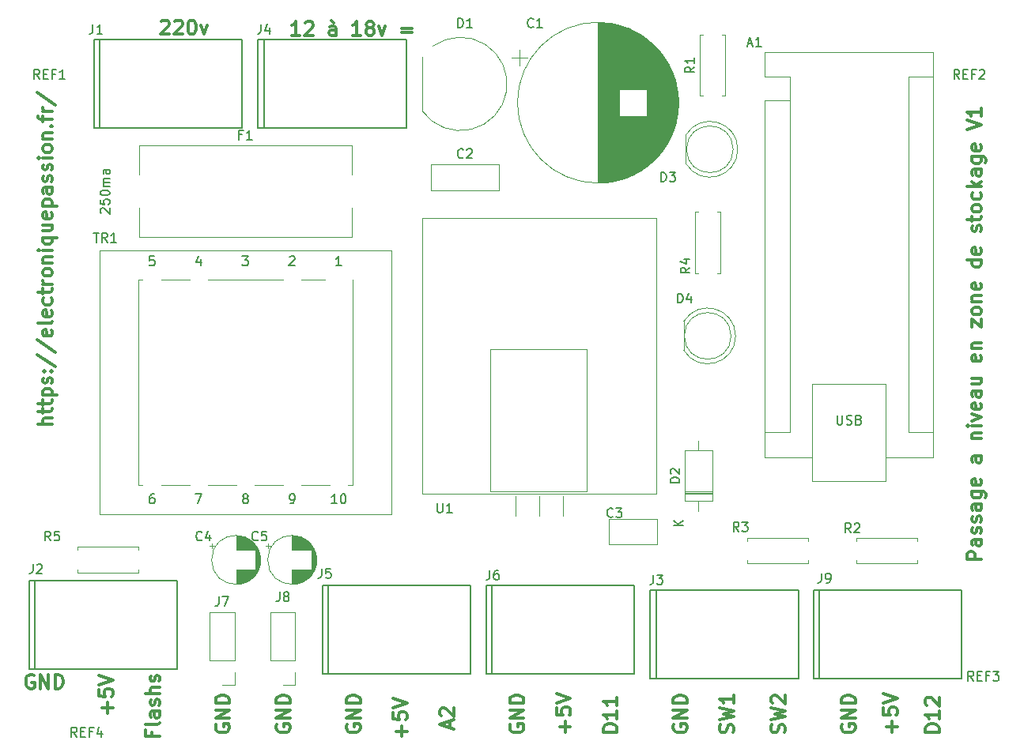
<source format=gbr>
%TF.GenerationSoftware,KiCad,Pcbnew,7.0.9*%
%TF.CreationDate,2024-05-06T10:06:48+02:00*%
%TF.ProjectId,Kicad_Passage_A_niveau_Stockage,4b696361-645f-4506-9173-736167655f41,rev?*%
%TF.SameCoordinates,Original*%
%TF.FileFunction,Legend,Top*%
%TF.FilePolarity,Positive*%
%FSLAX46Y46*%
G04 Gerber Fmt 4.6, Leading zero omitted, Abs format (unit mm)*
G04 Created by KiCad (PCBNEW 7.0.9) date 2024-05-06 10:06:48*
%MOMM*%
%LPD*%
G01*
G04 APERTURE LIST*
%ADD10C,0.300000*%
%ADD11C,0.150000*%
%ADD12C,0.120000*%
%ADD13C,0.127000*%
G04 APERTURE END LIST*
D10*
X68697828Y-74671489D02*
X67197828Y-74671489D01*
X68697828Y-74028632D02*
X67912114Y-74028632D01*
X67912114Y-74028632D02*
X67769257Y-74100060D01*
X67769257Y-74100060D02*
X67697828Y-74242917D01*
X67697828Y-74242917D02*
X67697828Y-74457203D01*
X67697828Y-74457203D02*
X67769257Y-74600060D01*
X67769257Y-74600060D02*
X67840685Y-74671489D01*
X67697828Y-73528631D02*
X67697828Y-72957203D01*
X67197828Y-73314346D02*
X68483542Y-73314346D01*
X68483542Y-73314346D02*
X68626400Y-73242917D01*
X68626400Y-73242917D02*
X68697828Y-73100060D01*
X68697828Y-73100060D02*
X68697828Y-72957203D01*
X67697828Y-72671488D02*
X67697828Y-72100060D01*
X67197828Y-72457203D02*
X68483542Y-72457203D01*
X68483542Y-72457203D02*
X68626400Y-72385774D01*
X68626400Y-72385774D02*
X68697828Y-72242917D01*
X68697828Y-72242917D02*
X68697828Y-72100060D01*
X67697828Y-71600060D02*
X69197828Y-71600060D01*
X67769257Y-71600060D02*
X67697828Y-71457203D01*
X67697828Y-71457203D02*
X67697828Y-71171488D01*
X67697828Y-71171488D02*
X67769257Y-71028631D01*
X67769257Y-71028631D02*
X67840685Y-70957203D01*
X67840685Y-70957203D02*
X67983542Y-70885774D01*
X67983542Y-70885774D02*
X68412114Y-70885774D01*
X68412114Y-70885774D02*
X68554971Y-70957203D01*
X68554971Y-70957203D02*
X68626400Y-71028631D01*
X68626400Y-71028631D02*
X68697828Y-71171488D01*
X68697828Y-71171488D02*
X68697828Y-71457203D01*
X68697828Y-71457203D02*
X68626400Y-71600060D01*
X68626400Y-70314345D02*
X68697828Y-70171488D01*
X68697828Y-70171488D02*
X68697828Y-69885774D01*
X68697828Y-69885774D02*
X68626400Y-69742917D01*
X68626400Y-69742917D02*
X68483542Y-69671488D01*
X68483542Y-69671488D02*
X68412114Y-69671488D01*
X68412114Y-69671488D02*
X68269257Y-69742917D01*
X68269257Y-69742917D02*
X68197828Y-69885774D01*
X68197828Y-69885774D02*
X68197828Y-70100060D01*
X68197828Y-70100060D02*
X68126400Y-70242917D01*
X68126400Y-70242917D02*
X67983542Y-70314345D01*
X67983542Y-70314345D02*
X67912114Y-70314345D01*
X67912114Y-70314345D02*
X67769257Y-70242917D01*
X67769257Y-70242917D02*
X67697828Y-70100060D01*
X67697828Y-70100060D02*
X67697828Y-69885774D01*
X67697828Y-69885774D02*
X67769257Y-69742917D01*
X68554971Y-69028631D02*
X68626400Y-68957202D01*
X68626400Y-68957202D02*
X68697828Y-69028631D01*
X68697828Y-69028631D02*
X68626400Y-69100059D01*
X68626400Y-69100059D02*
X68554971Y-69028631D01*
X68554971Y-69028631D02*
X68697828Y-69028631D01*
X67769257Y-69028631D02*
X67840685Y-68957202D01*
X67840685Y-68957202D02*
X67912114Y-69028631D01*
X67912114Y-69028631D02*
X67840685Y-69100059D01*
X67840685Y-69100059D02*
X67769257Y-69028631D01*
X67769257Y-69028631D02*
X67912114Y-69028631D01*
X67126400Y-67242916D02*
X69054971Y-68528630D01*
X67126400Y-65671487D02*
X69054971Y-66957201D01*
X68626400Y-64600058D02*
X68697828Y-64742915D01*
X68697828Y-64742915D02*
X68697828Y-65028630D01*
X68697828Y-65028630D02*
X68626400Y-65171487D01*
X68626400Y-65171487D02*
X68483542Y-65242915D01*
X68483542Y-65242915D02*
X67912114Y-65242915D01*
X67912114Y-65242915D02*
X67769257Y-65171487D01*
X67769257Y-65171487D02*
X67697828Y-65028630D01*
X67697828Y-65028630D02*
X67697828Y-64742915D01*
X67697828Y-64742915D02*
X67769257Y-64600058D01*
X67769257Y-64600058D02*
X67912114Y-64528630D01*
X67912114Y-64528630D02*
X68054971Y-64528630D01*
X68054971Y-64528630D02*
X68197828Y-65242915D01*
X68697828Y-63671487D02*
X68626400Y-63814344D01*
X68626400Y-63814344D02*
X68483542Y-63885773D01*
X68483542Y-63885773D02*
X67197828Y-63885773D01*
X68626400Y-62528630D02*
X68697828Y-62671487D01*
X68697828Y-62671487D02*
X68697828Y-62957202D01*
X68697828Y-62957202D02*
X68626400Y-63100059D01*
X68626400Y-63100059D02*
X68483542Y-63171487D01*
X68483542Y-63171487D02*
X67912114Y-63171487D01*
X67912114Y-63171487D02*
X67769257Y-63100059D01*
X67769257Y-63100059D02*
X67697828Y-62957202D01*
X67697828Y-62957202D02*
X67697828Y-62671487D01*
X67697828Y-62671487D02*
X67769257Y-62528630D01*
X67769257Y-62528630D02*
X67912114Y-62457202D01*
X67912114Y-62457202D02*
X68054971Y-62457202D01*
X68054971Y-62457202D02*
X68197828Y-63171487D01*
X68626400Y-61171488D02*
X68697828Y-61314345D01*
X68697828Y-61314345D02*
X68697828Y-61600059D01*
X68697828Y-61600059D02*
X68626400Y-61742916D01*
X68626400Y-61742916D02*
X68554971Y-61814345D01*
X68554971Y-61814345D02*
X68412114Y-61885773D01*
X68412114Y-61885773D02*
X67983542Y-61885773D01*
X67983542Y-61885773D02*
X67840685Y-61814345D01*
X67840685Y-61814345D02*
X67769257Y-61742916D01*
X67769257Y-61742916D02*
X67697828Y-61600059D01*
X67697828Y-61600059D02*
X67697828Y-61314345D01*
X67697828Y-61314345D02*
X67769257Y-61171488D01*
X67697828Y-60742916D02*
X67697828Y-60171488D01*
X67197828Y-60528631D02*
X68483542Y-60528631D01*
X68483542Y-60528631D02*
X68626400Y-60457202D01*
X68626400Y-60457202D02*
X68697828Y-60314345D01*
X68697828Y-60314345D02*
X68697828Y-60171488D01*
X68697828Y-59671488D02*
X67697828Y-59671488D01*
X67983542Y-59671488D02*
X67840685Y-59600059D01*
X67840685Y-59600059D02*
X67769257Y-59528631D01*
X67769257Y-59528631D02*
X67697828Y-59385773D01*
X67697828Y-59385773D02*
X67697828Y-59242916D01*
X68697828Y-58528631D02*
X68626400Y-58671488D01*
X68626400Y-58671488D02*
X68554971Y-58742917D01*
X68554971Y-58742917D02*
X68412114Y-58814345D01*
X68412114Y-58814345D02*
X67983542Y-58814345D01*
X67983542Y-58814345D02*
X67840685Y-58742917D01*
X67840685Y-58742917D02*
X67769257Y-58671488D01*
X67769257Y-58671488D02*
X67697828Y-58528631D01*
X67697828Y-58528631D02*
X67697828Y-58314345D01*
X67697828Y-58314345D02*
X67769257Y-58171488D01*
X67769257Y-58171488D02*
X67840685Y-58100060D01*
X67840685Y-58100060D02*
X67983542Y-58028631D01*
X67983542Y-58028631D02*
X68412114Y-58028631D01*
X68412114Y-58028631D02*
X68554971Y-58100060D01*
X68554971Y-58100060D02*
X68626400Y-58171488D01*
X68626400Y-58171488D02*
X68697828Y-58314345D01*
X68697828Y-58314345D02*
X68697828Y-58528631D01*
X67697828Y-57385774D02*
X68697828Y-57385774D01*
X67840685Y-57385774D02*
X67769257Y-57314345D01*
X67769257Y-57314345D02*
X67697828Y-57171488D01*
X67697828Y-57171488D02*
X67697828Y-56957202D01*
X67697828Y-56957202D02*
X67769257Y-56814345D01*
X67769257Y-56814345D02*
X67912114Y-56742917D01*
X67912114Y-56742917D02*
X68697828Y-56742917D01*
X68697828Y-56028631D02*
X67697828Y-56028631D01*
X67197828Y-56028631D02*
X67269257Y-56100059D01*
X67269257Y-56100059D02*
X67340685Y-56028631D01*
X67340685Y-56028631D02*
X67269257Y-55957202D01*
X67269257Y-55957202D02*
X67197828Y-56028631D01*
X67197828Y-56028631D02*
X67340685Y-56028631D01*
X67697828Y-54671488D02*
X69197828Y-54671488D01*
X68626400Y-54671488D02*
X68697828Y-54814345D01*
X68697828Y-54814345D02*
X68697828Y-55100059D01*
X68697828Y-55100059D02*
X68626400Y-55242916D01*
X68626400Y-55242916D02*
X68554971Y-55314345D01*
X68554971Y-55314345D02*
X68412114Y-55385773D01*
X68412114Y-55385773D02*
X67983542Y-55385773D01*
X67983542Y-55385773D02*
X67840685Y-55314345D01*
X67840685Y-55314345D02*
X67769257Y-55242916D01*
X67769257Y-55242916D02*
X67697828Y-55100059D01*
X67697828Y-55100059D02*
X67697828Y-54814345D01*
X67697828Y-54814345D02*
X67769257Y-54671488D01*
X67697828Y-53314345D02*
X68697828Y-53314345D01*
X67697828Y-53957202D02*
X68483542Y-53957202D01*
X68483542Y-53957202D02*
X68626400Y-53885773D01*
X68626400Y-53885773D02*
X68697828Y-53742916D01*
X68697828Y-53742916D02*
X68697828Y-53528630D01*
X68697828Y-53528630D02*
X68626400Y-53385773D01*
X68626400Y-53385773D02*
X68554971Y-53314345D01*
X68626400Y-52028630D02*
X68697828Y-52171487D01*
X68697828Y-52171487D02*
X68697828Y-52457202D01*
X68697828Y-52457202D02*
X68626400Y-52600059D01*
X68626400Y-52600059D02*
X68483542Y-52671487D01*
X68483542Y-52671487D02*
X67912114Y-52671487D01*
X67912114Y-52671487D02*
X67769257Y-52600059D01*
X67769257Y-52600059D02*
X67697828Y-52457202D01*
X67697828Y-52457202D02*
X67697828Y-52171487D01*
X67697828Y-52171487D02*
X67769257Y-52028630D01*
X67769257Y-52028630D02*
X67912114Y-51957202D01*
X67912114Y-51957202D02*
X68054971Y-51957202D01*
X68054971Y-51957202D02*
X68197828Y-52671487D01*
X67697828Y-51314345D02*
X69197828Y-51314345D01*
X67769257Y-51314345D02*
X67697828Y-51171488D01*
X67697828Y-51171488D02*
X67697828Y-50885773D01*
X67697828Y-50885773D02*
X67769257Y-50742916D01*
X67769257Y-50742916D02*
X67840685Y-50671488D01*
X67840685Y-50671488D02*
X67983542Y-50600059D01*
X67983542Y-50600059D02*
X68412114Y-50600059D01*
X68412114Y-50600059D02*
X68554971Y-50671488D01*
X68554971Y-50671488D02*
X68626400Y-50742916D01*
X68626400Y-50742916D02*
X68697828Y-50885773D01*
X68697828Y-50885773D02*
X68697828Y-51171488D01*
X68697828Y-51171488D02*
X68626400Y-51314345D01*
X68697828Y-49314345D02*
X67912114Y-49314345D01*
X67912114Y-49314345D02*
X67769257Y-49385773D01*
X67769257Y-49385773D02*
X67697828Y-49528630D01*
X67697828Y-49528630D02*
X67697828Y-49814345D01*
X67697828Y-49814345D02*
X67769257Y-49957202D01*
X68626400Y-49314345D02*
X68697828Y-49457202D01*
X68697828Y-49457202D02*
X68697828Y-49814345D01*
X68697828Y-49814345D02*
X68626400Y-49957202D01*
X68626400Y-49957202D02*
X68483542Y-50028630D01*
X68483542Y-50028630D02*
X68340685Y-50028630D01*
X68340685Y-50028630D02*
X68197828Y-49957202D01*
X68197828Y-49957202D02*
X68126400Y-49814345D01*
X68126400Y-49814345D02*
X68126400Y-49457202D01*
X68126400Y-49457202D02*
X68054971Y-49314345D01*
X68626400Y-48671487D02*
X68697828Y-48528630D01*
X68697828Y-48528630D02*
X68697828Y-48242916D01*
X68697828Y-48242916D02*
X68626400Y-48100059D01*
X68626400Y-48100059D02*
X68483542Y-48028630D01*
X68483542Y-48028630D02*
X68412114Y-48028630D01*
X68412114Y-48028630D02*
X68269257Y-48100059D01*
X68269257Y-48100059D02*
X68197828Y-48242916D01*
X68197828Y-48242916D02*
X68197828Y-48457202D01*
X68197828Y-48457202D02*
X68126400Y-48600059D01*
X68126400Y-48600059D02*
X67983542Y-48671487D01*
X67983542Y-48671487D02*
X67912114Y-48671487D01*
X67912114Y-48671487D02*
X67769257Y-48600059D01*
X67769257Y-48600059D02*
X67697828Y-48457202D01*
X67697828Y-48457202D02*
X67697828Y-48242916D01*
X67697828Y-48242916D02*
X67769257Y-48100059D01*
X68626400Y-47457201D02*
X68697828Y-47314344D01*
X68697828Y-47314344D02*
X68697828Y-47028630D01*
X68697828Y-47028630D02*
X68626400Y-46885773D01*
X68626400Y-46885773D02*
X68483542Y-46814344D01*
X68483542Y-46814344D02*
X68412114Y-46814344D01*
X68412114Y-46814344D02*
X68269257Y-46885773D01*
X68269257Y-46885773D02*
X68197828Y-47028630D01*
X68197828Y-47028630D02*
X68197828Y-47242916D01*
X68197828Y-47242916D02*
X68126400Y-47385773D01*
X68126400Y-47385773D02*
X67983542Y-47457201D01*
X67983542Y-47457201D02*
X67912114Y-47457201D01*
X67912114Y-47457201D02*
X67769257Y-47385773D01*
X67769257Y-47385773D02*
X67697828Y-47242916D01*
X67697828Y-47242916D02*
X67697828Y-47028630D01*
X67697828Y-47028630D02*
X67769257Y-46885773D01*
X68697828Y-46171487D02*
X67697828Y-46171487D01*
X67197828Y-46171487D02*
X67269257Y-46242915D01*
X67269257Y-46242915D02*
X67340685Y-46171487D01*
X67340685Y-46171487D02*
X67269257Y-46100058D01*
X67269257Y-46100058D02*
X67197828Y-46171487D01*
X67197828Y-46171487D02*
X67340685Y-46171487D01*
X68697828Y-45242915D02*
X68626400Y-45385772D01*
X68626400Y-45385772D02*
X68554971Y-45457201D01*
X68554971Y-45457201D02*
X68412114Y-45528629D01*
X68412114Y-45528629D02*
X67983542Y-45528629D01*
X67983542Y-45528629D02*
X67840685Y-45457201D01*
X67840685Y-45457201D02*
X67769257Y-45385772D01*
X67769257Y-45385772D02*
X67697828Y-45242915D01*
X67697828Y-45242915D02*
X67697828Y-45028629D01*
X67697828Y-45028629D02*
X67769257Y-44885772D01*
X67769257Y-44885772D02*
X67840685Y-44814344D01*
X67840685Y-44814344D02*
X67983542Y-44742915D01*
X67983542Y-44742915D02*
X68412114Y-44742915D01*
X68412114Y-44742915D02*
X68554971Y-44814344D01*
X68554971Y-44814344D02*
X68626400Y-44885772D01*
X68626400Y-44885772D02*
X68697828Y-45028629D01*
X68697828Y-45028629D02*
X68697828Y-45242915D01*
X67697828Y-44100058D02*
X68697828Y-44100058D01*
X67840685Y-44100058D02*
X67769257Y-44028629D01*
X67769257Y-44028629D02*
X67697828Y-43885772D01*
X67697828Y-43885772D02*
X67697828Y-43671486D01*
X67697828Y-43671486D02*
X67769257Y-43528629D01*
X67769257Y-43528629D02*
X67912114Y-43457201D01*
X67912114Y-43457201D02*
X68697828Y-43457201D01*
X68554971Y-42742915D02*
X68626400Y-42671486D01*
X68626400Y-42671486D02*
X68697828Y-42742915D01*
X68697828Y-42742915D02*
X68626400Y-42814343D01*
X68626400Y-42814343D02*
X68554971Y-42742915D01*
X68554971Y-42742915D02*
X68697828Y-42742915D01*
X67697828Y-42242914D02*
X67697828Y-41671486D01*
X68697828Y-42028629D02*
X67412114Y-42028629D01*
X67412114Y-42028629D02*
X67269257Y-41957200D01*
X67269257Y-41957200D02*
X67197828Y-41814343D01*
X67197828Y-41814343D02*
X67197828Y-41671486D01*
X68697828Y-41171486D02*
X67697828Y-41171486D01*
X67983542Y-41171486D02*
X67840685Y-41100057D01*
X67840685Y-41100057D02*
X67769257Y-41028629D01*
X67769257Y-41028629D02*
X67697828Y-40885771D01*
X67697828Y-40885771D02*
X67697828Y-40742914D01*
X67126400Y-39171486D02*
X69054971Y-40457200D01*
X163697828Y-107671489D02*
X162197828Y-107671489D01*
X162197828Y-107671489D02*
X162197828Y-107314346D01*
X162197828Y-107314346D02*
X162269257Y-107100060D01*
X162269257Y-107100060D02*
X162412114Y-106957203D01*
X162412114Y-106957203D02*
X162554971Y-106885774D01*
X162554971Y-106885774D02*
X162840685Y-106814346D01*
X162840685Y-106814346D02*
X163054971Y-106814346D01*
X163054971Y-106814346D02*
X163340685Y-106885774D01*
X163340685Y-106885774D02*
X163483542Y-106957203D01*
X163483542Y-106957203D02*
X163626400Y-107100060D01*
X163626400Y-107100060D02*
X163697828Y-107314346D01*
X163697828Y-107314346D02*
X163697828Y-107671489D01*
X163697828Y-105385774D02*
X163697828Y-106242917D01*
X163697828Y-105814346D02*
X162197828Y-105814346D01*
X162197828Y-105814346D02*
X162412114Y-105957203D01*
X162412114Y-105957203D02*
X162554971Y-106100060D01*
X162554971Y-106100060D02*
X162626400Y-106242917D01*
X162340685Y-104814346D02*
X162269257Y-104742918D01*
X162269257Y-104742918D02*
X162197828Y-104600061D01*
X162197828Y-104600061D02*
X162197828Y-104242918D01*
X162197828Y-104242918D02*
X162269257Y-104100061D01*
X162269257Y-104100061D02*
X162340685Y-104028632D01*
X162340685Y-104028632D02*
X162483542Y-103957203D01*
X162483542Y-103957203D02*
X162626400Y-103957203D01*
X162626400Y-103957203D02*
X162840685Y-104028632D01*
X162840685Y-104028632D02*
X163697828Y-104885775D01*
X163697828Y-104885775D02*
X163697828Y-103957203D01*
X129197828Y-107671489D02*
X127697828Y-107671489D01*
X127697828Y-107671489D02*
X127697828Y-107314346D01*
X127697828Y-107314346D02*
X127769257Y-107100060D01*
X127769257Y-107100060D02*
X127912114Y-106957203D01*
X127912114Y-106957203D02*
X128054971Y-106885774D01*
X128054971Y-106885774D02*
X128340685Y-106814346D01*
X128340685Y-106814346D02*
X128554971Y-106814346D01*
X128554971Y-106814346D02*
X128840685Y-106885774D01*
X128840685Y-106885774D02*
X128983542Y-106957203D01*
X128983542Y-106957203D02*
X129126400Y-107100060D01*
X129126400Y-107100060D02*
X129197828Y-107314346D01*
X129197828Y-107314346D02*
X129197828Y-107671489D01*
X129197828Y-105385774D02*
X129197828Y-106242917D01*
X129197828Y-105814346D02*
X127697828Y-105814346D01*
X127697828Y-105814346D02*
X127912114Y-105957203D01*
X127912114Y-105957203D02*
X128054971Y-106100060D01*
X128054971Y-106100060D02*
X128126400Y-106242917D01*
X129197828Y-103957203D02*
X129197828Y-104814346D01*
X129197828Y-104385775D02*
X127697828Y-104385775D01*
X127697828Y-104385775D02*
X127912114Y-104528632D01*
X127912114Y-104528632D02*
X128054971Y-104671489D01*
X128054971Y-104671489D02*
X128126400Y-104814346D01*
X74626400Y-105671489D02*
X74626400Y-104528632D01*
X75197828Y-105100060D02*
X74054971Y-105100060D01*
X73697828Y-103100060D02*
X73697828Y-103814346D01*
X73697828Y-103814346D02*
X74412114Y-103885774D01*
X74412114Y-103885774D02*
X74340685Y-103814346D01*
X74340685Y-103814346D02*
X74269257Y-103671489D01*
X74269257Y-103671489D02*
X74269257Y-103314346D01*
X74269257Y-103314346D02*
X74340685Y-103171489D01*
X74340685Y-103171489D02*
X74412114Y-103100060D01*
X74412114Y-103100060D02*
X74554971Y-103028631D01*
X74554971Y-103028631D02*
X74912114Y-103028631D01*
X74912114Y-103028631D02*
X75054971Y-103100060D01*
X75054971Y-103100060D02*
X75126400Y-103171489D01*
X75126400Y-103171489D02*
X75197828Y-103314346D01*
X75197828Y-103314346D02*
X75197828Y-103671489D01*
X75197828Y-103671489D02*
X75126400Y-103814346D01*
X75126400Y-103814346D02*
X75054971Y-103885774D01*
X73697828Y-102600060D02*
X75197828Y-102100060D01*
X75197828Y-102100060D02*
X73697828Y-101600060D01*
X106126400Y-108171489D02*
X106126400Y-107028632D01*
X106697828Y-107600060D02*
X105554971Y-107600060D01*
X105197828Y-105600060D02*
X105197828Y-106314346D01*
X105197828Y-106314346D02*
X105912114Y-106385774D01*
X105912114Y-106385774D02*
X105840685Y-106314346D01*
X105840685Y-106314346D02*
X105769257Y-106171489D01*
X105769257Y-106171489D02*
X105769257Y-105814346D01*
X105769257Y-105814346D02*
X105840685Y-105671489D01*
X105840685Y-105671489D02*
X105912114Y-105600060D01*
X105912114Y-105600060D02*
X106054971Y-105528631D01*
X106054971Y-105528631D02*
X106412114Y-105528631D01*
X106412114Y-105528631D02*
X106554971Y-105600060D01*
X106554971Y-105600060D02*
X106626400Y-105671489D01*
X106626400Y-105671489D02*
X106697828Y-105814346D01*
X106697828Y-105814346D02*
X106697828Y-106171489D01*
X106697828Y-106171489D02*
X106626400Y-106314346D01*
X106626400Y-106314346D02*
X106554971Y-106385774D01*
X105197828Y-105100060D02*
X106697828Y-104600060D01*
X106697828Y-104600060D02*
X105197828Y-104100060D01*
X141626400Y-107742917D02*
X141697828Y-107528632D01*
X141697828Y-107528632D02*
X141697828Y-107171489D01*
X141697828Y-107171489D02*
X141626400Y-107028632D01*
X141626400Y-107028632D02*
X141554971Y-106957203D01*
X141554971Y-106957203D02*
X141412114Y-106885774D01*
X141412114Y-106885774D02*
X141269257Y-106885774D01*
X141269257Y-106885774D02*
X141126400Y-106957203D01*
X141126400Y-106957203D02*
X141054971Y-107028632D01*
X141054971Y-107028632D02*
X140983542Y-107171489D01*
X140983542Y-107171489D02*
X140912114Y-107457203D01*
X140912114Y-107457203D02*
X140840685Y-107600060D01*
X140840685Y-107600060D02*
X140769257Y-107671489D01*
X140769257Y-107671489D02*
X140626400Y-107742917D01*
X140626400Y-107742917D02*
X140483542Y-107742917D01*
X140483542Y-107742917D02*
X140340685Y-107671489D01*
X140340685Y-107671489D02*
X140269257Y-107600060D01*
X140269257Y-107600060D02*
X140197828Y-107457203D01*
X140197828Y-107457203D02*
X140197828Y-107100060D01*
X140197828Y-107100060D02*
X140269257Y-106885774D01*
X140197828Y-106385775D02*
X141697828Y-106028632D01*
X141697828Y-106028632D02*
X140626400Y-105742918D01*
X140626400Y-105742918D02*
X141697828Y-105457203D01*
X141697828Y-105457203D02*
X140197828Y-105100061D01*
X141697828Y-103742917D02*
X141697828Y-104600060D01*
X141697828Y-104171489D02*
X140197828Y-104171489D01*
X140197828Y-104171489D02*
X140412114Y-104314346D01*
X140412114Y-104314346D02*
X140554971Y-104457203D01*
X140554971Y-104457203D02*
X140626400Y-104600060D01*
X158626400Y-107671489D02*
X158626400Y-106528632D01*
X159197828Y-107100060D02*
X158054971Y-107100060D01*
X157697828Y-105100060D02*
X157697828Y-105814346D01*
X157697828Y-105814346D02*
X158412114Y-105885774D01*
X158412114Y-105885774D02*
X158340685Y-105814346D01*
X158340685Y-105814346D02*
X158269257Y-105671489D01*
X158269257Y-105671489D02*
X158269257Y-105314346D01*
X158269257Y-105314346D02*
X158340685Y-105171489D01*
X158340685Y-105171489D02*
X158412114Y-105100060D01*
X158412114Y-105100060D02*
X158554971Y-105028631D01*
X158554971Y-105028631D02*
X158912114Y-105028631D01*
X158912114Y-105028631D02*
X159054971Y-105100060D01*
X159054971Y-105100060D02*
X159126400Y-105171489D01*
X159126400Y-105171489D02*
X159197828Y-105314346D01*
X159197828Y-105314346D02*
X159197828Y-105671489D01*
X159197828Y-105671489D02*
X159126400Y-105814346D01*
X159126400Y-105814346D02*
X159054971Y-105885774D01*
X157697828Y-104600060D02*
X159197828Y-104100060D01*
X159197828Y-104100060D02*
X157697828Y-103600060D01*
X117769257Y-106885774D02*
X117697828Y-107028632D01*
X117697828Y-107028632D02*
X117697828Y-107242917D01*
X117697828Y-107242917D02*
X117769257Y-107457203D01*
X117769257Y-107457203D02*
X117912114Y-107600060D01*
X117912114Y-107600060D02*
X118054971Y-107671489D01*
X118054971Y-107671489D02*
X118340685Y-107742917D01*
X118340685Y-107742917D02*
X118554971Y-107742917D01*
X118554971Y-107742917D02*
X118840685Y-107671489D01*
X118840685Y-107671489D02*
X118983542Y-107600060D01*
X118983542Y-107600060D02*
X119126400Y-107457203D01*
X119126400Y-107457203D02*
X119197828Y-107242917D01*
X119197828Y-107242917D02*
X119197828Y-107100060D01*
X119197828Y-107100060D02*
X119126400Y-106885774D01*
X119126400Y-106885774D02*
X119054971Y-106814346D01*
X119054971Y-106814346D02*
X118554971Y-106814346D01*
X118554971Y-106814346D02*
X118554971Y-107100060D01*
X119197828Y-106171489D02*
X117697828Y-106171489D01*
X117697828Y-106171489D02*
X119197828Y-105314346D01*
X119197828Y-105314346D02*
X117697828Y-105314346D01*
X119197828Y-104600060D02*
X117697828Y-104600060D01*
X117697828Y-104600060D02*
X117697828Y-104242917D01*
X117697828Y-104242917D02*
X117769257Y-104028631D01*
X117769257Y-104028631D02*
X117912114Y-103885774D01*
X117912114Y-103885774D02*
X118054971Y-103814345D01*
X118054971Y-103814345D02*
X118340685Y-103742917D01*
X118340685Y-103742917D02*
X118554971Y-103742917D01*
X118554971Y-103742917D02*
X118840685Y-103814345D01*
X118840685Y-103814345D02*
X118983542Y-103885774D01*
X118983542Y-103885774D02*
X119126400Y-104028631D01*
X119126400Y-104028631D02*
X119197828Y-104242917D01*
X119197828Y-104242917D02*
X119197828Y-104600060D01*
X92769257Y-106885774D02*
X92697828Y-107028632D01*
X92697828Y-107028632D02*
X92697828Y-107242917D01*
X92697828Y-107242917D02*
X92769257Y-107457203D01*
X92769257Y-107457203D02*
X92912114Y-107600060D01*
X92912114Y-107600060D02*
X93054971Y-107671489D01*
X93054971Y-107671489D02*
X93340685Y-107742917D01*
X93340685Y-107742917D02*
X93554971Y-107742917D01*
X93554971Y-107742917D02*
X93840685Y-107671489D01*
X93840685Y-107671489D02*
X93983542Y-107600060D01*
X93983542Y-107600060D02*
X94126400Y-107457203D01*
X94126400Y-107457203D02*
X94197828Y-107242917D01*
X94197828Y-107242917D02*
X94197828Y-107100060D01*
X94197828Y-107100060D02*
X94126400Y-106885774D01*
X94126400Y-106885774D02*
X94054971Y-106814346D01*
X94054971Y-106814346D02*
X93554971Y-106814346D01*
X93554971Y-106814346D02*
X93554971Y-107100060D01*
X94197828Y-106171489D02*
X92697828Y-106171489D01*
X92697828Y-106171489D02*
X94197828Y-105314346D01*
X94197828Y-105314346D02*
X92697828Y-105314346D01*
X94197828Y-104600060D02*
X92697828Y-104600060D01*
X92697828Y-104600060D02*
X92697828Y-104242917D01*
X92697828Y-104242917D02*
X92769257Y-104028631D01*
X92769257Y-104028631D02*
X92912114Y-103885774D01*
X92912114Y-103885774D02*
X93054971Y-103814345D01*
X93054971Y-103814345D02*
X93340685Y-103742917D01*
X93340685Y-103742917D02*
X93554971Y-103742917D01*
X93554971Y-103742917D02*
X93840685Y-103814345D01*
X93840685Y-103814345D02*
X93983542Y-103885774D01*
X93983542Y-103885774D02*
X94126400Y-104028631D01*
X94126400Y-104028631D02*
X94197828Y-104242917D01*
X94197828Y-104242917D02*
X94197828Y-104600060D01*
X168197828Y-89171489D02*
X166697828Y-89171489D01*
X166697828Y-89171489D02*
X166697828Y-88600060D01*
X166697828Y-88600060D02*
X166769257Y-88457203D01*
X166769257Y-88457203D02*
X166840685Y-88385774D01*
X166840685Y-88385774D02*
X166983542Y-88314346D01*
X166983542Y-88314346D02*
X167197828Y-88314346D01*
X167197828Y-88314346D02*
X167340685Y-88385774D01*
X167340685Y-88385774D02*
X167412114Y-88457203D01*
X167412114Y-88457203D02*
X167483542Y-88600060D01*
X167483542Y-88600060D02*
X167483542Y-89171489D01*
X168197828Y-87028632D02*
X167412114Y-87028632D01*
X167412114Y-87028632D02*
X167269257Y-87100060D01*
X167269257Y-87100060D02*
X167197828Y-87242917D01*
X167197828Y-87242917D02*
X167197828Y-87528632D01*
X167197828Y-87528632D02*
X167269257Y-87671489D01*
X168126400Y-87028632D02*
X168197828Y-87171489D01*
X168197828Y-87171489D02*
X168197828Y-87528632D01*
X168197828Y-87528632D02*
X168126400Y-87671489D01*
X168126400Y-87671489D02*
X167983542Y-87742917D01*
X167983542Y-87742917D02*
X167840685Y-87742917D01*
X167840685Y-87742917D02*
X167697828Y-87671489D01*
X167697828Y-87671489D02*
X167626400Y-87528632D01*
X167626400Y-87528632D02*
X167626400Y-87171489D01*
X167626400Y-87171489D02*
X167554971Y-87028632D01*
X168126400Y-86385774D02*
X168197828Y-86242917D01*
X168197828Y-86242917D02*
X168197828Y-85957203D01*
X168197828Y-85957203D02*
X168126400Y-85814346D01*
X168126400Y-85814346D02*
X167983542Y-85742917D01*
X167983542Y-85742917D02*
X167912114Y-85742917D01*
X167912114Y-85742917D02*
X167769257Y-85814346D01*
X167769257Y-85814346D02*
X167697828Y-85957203D01*
X167697828Y-85957203D02*
X167697828Y-86171489D01*
X167697828Y-86171489D02*
X167626400Y-86314346D01*
X167626400Y-86314346D02*
X167483542Y-86385774D01*
X167483542Y-86385774D02*
X167412114Y-86385774D01*
X167412114Y-86385774D02*
X167269257Y-86314346D01*
X167269257Y-86314346D02*
X167197828Y-86171489D01*
X167197828Y-86171489D02*
X167197828Y-85957203D01*
X167197828Y-85957203D02*
X167269257Y-85814346D01*
X168126400Y-85171488D02*
X168197828Y-85028631D01*
X168197828Y-85028631D02*
X168197828Y-84742917D01*
X168197828Y-84742917D02*
X168126400Y-84600060D01*
X168126400Y-84600060D02*
X167983542Y-84528631D01*
X167983542Y-84528631D02*
X167912114Y-84528631D01*
X167912114Y-84528631D02*
X167769257Y-84600060D01*
X167769257Y-84600060D02*
X167697828Y-84742917D01*
X167697828Y-84742917D02*
X167697828Y-84957203D01*
X167697828Y-84957203D02*
X167626400Y-85100060D01*
X167626400Y-85100060D02*
X167483542Y-85171488D01*
X167483542Y-85171488D02*
X167412114Y-85171488D01*
X167412114Y-85171488D02*
X167269257Y-85100060D01*
X167269257Y-85100060D02*
X167197828Y-84957203D01*
X167197828Y-84957203D02*
X167197828Y-84742917D01*
X167197828Y-84742917D02*
X167269257Y-84600060D01*
X168197828Y-83242917D02*
X167412114Y-83242917D01*
X167412114Y-83242917D02*
X167269257Y-83314345D01*
X167269257Y-83314345D02*
X167197828Y-83457202D01*
X167197828Y-83457202D02*
X167197828Y-83742917D01*
X167197828Y-83742917D02*
X167269257Y-83885774D01*
X168126400Y-83242917D02*
X168197828Y-83385774D01*
X168197828Y-83385774D02*
X168197828Y-83742917D01*
X168197828Y-83742917D02*
X168126400Y-83885774D01*
X168126400Y-83885774D02*
X167983542Y-83957202D01*
X167983542Y-83957202D02*
X167840685Y-83957202D01*
X167840685Y-83957202D02*
X167697828Y-83885774D01*
X167697828Y-83885774D02*
X167626400Y-83742917D01*
X167626400Y-83742917D02*
X167626400Y-83385774D01*
X167626400Y-83385774D02*
X167554971Y-83242917D01*
X167197828Y-81885774D02*
X168412114Y-81885774D01*
X168412114Y-81885774D02*
X168554971Y-81957202D01*
X168554971Y-81957202D02*
X168626400Y-82028631D01*
X168626400Y-82028631D02*
X168697828Y-82171488D01*
X168697828Y-82171488D02*
X168697828Y-82385774D01*
X168697828Y-82385774D02*
X168626400Y-82528631D01*
X168126400Y-81885774D02*
X168197828Y-82028631D01*
X168197828Y-82028631D02*
X168197828Y-82314345D01*
X168197828Y-82314345D02*
X168126400Y-82457202D01*
X168126400Y-82457202D02*
X168054971Y-82528631D01*
X168054971Y-82528631D02*
X167912114Y-82600059D01*
X167912114Y-82600059D02*
X167483542Y-82600059D01*
X167483542Y-82600059D02*
X167340685Y-82528631D01*
X167340685Y-82528631D02*
X167269257Y-82457202D01*
X167269257Y-82457202D02*
X167197828Y-82314345D01*
X167197828Y-82314345D02*
X167197828Y-82028631D01*
X167197828Y-82028631D02*
X167269257Y-81885774D01*
X168126400Y-80600059D02*
X168197828Y-80742916D01*
X168197828Y-80742916D02*
X168197828Y-81028631D01*
X168197828Y-81028631D02*
X168126400Y-81171488D01*
X168126400Y-81171488D02*
X167983542Y-81242916D01*
X167983542Y-81242916D02*
X167412114Y-81242916D01*
X167412114Y-81242916D02*
X167269257Y-81171488D01*
X167269257Y-81171488D02*
X167197828Y-81028631D01*
X167197828Y-81028631D02*
X167197828Y-80742916D01*
X167197828Y-80742916D02*
X167269257Y-80600059D01*
X167269257Y-80600059D02*
X167412114Y-80528631D01*
X167412114Y-80528631D02*
X167554971Y-80528631D01*
X167554971Y-80528631D02*
X167697828Y-81242916D01*
X168197828Y-78100060D02*
X167412114Y-78100060D01*
X167412114Y-78100060D02*
X167269257Y-78171488D01*
X167269257Y-78171488D02*
X167197828Y-78314345D01*
X167197828Y-78314345D02*
X167197828Y-78600060D01*
X167197828Y-78600060D02*
X167269257Y-78742917D01*
X168126400Y-78100060D02*
X168197828Y-78242917D01*
X168197828Y-78242917D02*
X168197828Y-78600060D01*
X168197828Y-78600060D02*
X168126400Y-78742917D01*
X168126400Y-78742917D02*
X167983542Y-78814345D01*
X167983542Y-78814345D02*
X167840685Y-78814345D01*
X167840685Y-78814345D02*
X167697828Y-78742917D01*
X167697828Y-78742917D02*
X167626400Y-78600060D01*
X167626400Y-78600060D02*
X167626400Y-78242917D01*
X167626400Y-78242917D02*
X167554971Y-78100060D01*
X167197828Y-76242917D02*
X168197828Y-76242917D01*
X167340685Y-76242917D02*
X167269257Y-76171488D01*
X167269257Y-76171488D02*
X167197828Y-76028631D01*
X167197828Y-76028631D02*
X167197828Y-75814345D01*
X167197828Y-75814345D02*
X167269257Y-75671488D01*
X167269257Y-75671488D02*
X167412114Y-75600060D01*
X167412114Y-75600060D02*
X168197828Y-75600060D01*
X168197828Y-74885774D02*
X167197828Y-74885774D01*
X166697828Y-74885774D02*
X166769257Y-74957202D01*
X166769257Y-74957202D02*
X166840685Y-74885774D01*
X166840685Y-74885774D02*
X166769257Y-74814345D01*
X166769257Y-74814345D02*
X166697828Y-74885774D01*
X166697828Y-74885774D02*
X166840685Y-74885774D01*
X167197828Y-74314345D02*
X168197828Y-73957202D01*
X168197828Y-73957202D02*
X167197828Y-73600059D01*
X168126400Y-72457202D02*
X168197828Y-72600059D01*
X168197828Y-72600059D02*
X168197828Y-72885774D01*
X168197828Y-72885774D02*
X168126400Y-73028631D01*
X168126400Y-73028631D02*
X167983542Y-73100059D01*
X167983542Y-73100059D02*
X167412114Y-73100059D01*
X167412114Y-73100059D02*
X167269257Y-73028631D01*
X167269257Y-73028631D02*
X167197828Y-72885774D01*
X167197828Y-72885774D02*
X167197828Y-72600059D01*
X167197828Y-72600059D02*
X167269257Y-72457202D01*
X167269257Y-72457202D02*
X167412114Y-72385774D01*
X167412114Y-72385774D02*
X167554971Y-72385774D01*
X167554971Y-72385774D02*
X167697828Y-73100059D01*
X168197828Y-71100060D02*
X167412114Y-71100060D01*
X167412114Y-71100060D02*
X167269257Y-71171488D01*
X167269257Y-71171488D02*
X167197828Y-71314345D01*
X167197828Y-71314345D02*
X167197828Y-71600060D01*
X167197828Y-71600060D02*
X167269257Y-71742917D01*
X168126400Y-71100060D02*
X168197828Y-71242917D01*
X168197828Y-71242917D02*
X168197828Y-71600060D01*
X168197828Y-71600060D02*
X168126400Y-71742917D01*
X168126400Y-71742917D02*
X167983542Y-71814345D01*
X167983542Y-71814345D02*
X167840685Y-71814345D01*
X167840685Y-71814345D02*
X167697828Y-71742917D01*
X167697828Y-71742917D02*
X167626400Y-71600060D01*
X167626400Y-71600060D02*
X167626400Y-71242917D01*
X167626400Y-71242917D02*
X167554971Y-71100060D01*
X167197828Y-69742917D02*
X168197828Y-69742917D01*
X167197828Y-70385774D02*
X167983542Y-70385774D01*
X167983542Y-70385774D02*
X168126400Y-70314345D01*
X168126400Y-70314345D02*
X168197828Y-70171488D01*
X168197828Y-70171488D02*
X168197828Y-69957202D01*
X168197828Y-69957202D02*
X168126400Y-69814345D01*
X168126400Y-69814345D02*
X168054971Y-69742917D01*
X168126400Y-67314345D02*
X168197828Y-67457202D01*
X168197828Y-67457202D02*
X168197828Y-67742917D01*
X168197828Y-67742917D02*
X168126400Y-67885774D01*
X168126400Y-67885774D02*
X167983542Y-67957202D01*
X167983542Y-67957202D02*
X167412114Y-67957202D01*
X167412114Y-67957202D02*
X167269257Y-67885774D01*
X167269257Y-67885774D02*
X167197828Y-67742917D01*
X167197828Y-67742917D02*
X167197828Y-67457202D01*
X167197828Y-67457202D02*
X167269257Y-67314345D01*
X167269257Y-67314345D02*
X167412114Y-67242917D01*
X167412114Y-67242917D02*
X167554971Y-67242917D01*
X167554971Y-67242917D02*
X167697828Y-67957202D01*
X167197828Y-66600060D02*
X168197828Y-66600060D01*
X167340685Y-66600060D02*
X167269257Y-66528631D01*
X167269257Y-66528631D02*
X167197828Y-66385774D01*
X167197828Y-66385774D02*
X167197828Y-66171488D01*
X167197828Y-66171488D02*
X167269257Y-66028631D01*
X167269257Y-66028631D02*
X167412114Y-65957203D01*
X167412114Y-65957203D02*
X168197828Y-65957203D01*
X167197828Y-64242917D02*
X167197828Y-63457203D01*
X167197828Y-63457203D02*
X168197828Y-64242917D01*
X168197828Y-64242917D02*
X168197828Y-63457203D01*
X168197828Y-62671488D02*
X168126400Y-62814345D01*
X168126400Y-62814345D02*
X168054971Y-62885774D01*
X168054971Y-62885774D02*
X167912114Y-62957202D01*
X167912114Y-62957202D02*
X167483542Y-62957202D01*
X167483542Y-62957202D02*
X167340685Y-62885774D01*
X167340685Y-62885774D02*
X167269257Y-62814345D01*
X167269257Y-62814345D02*
X167197828Y-62671488D01*
X167197828Y-62671488D02*
X167197828Y-62457202D01*
X167197828Y-62457202D02*
X167269257Y-62314345D01*
X167269257Y-62314345D02*
X167340685Y-62242917D01*
X167340685Y-62242917D02*
X167483542Y-62171488D01*
X167483542Y-62171488D02*
X167912114Y-62171488D01*
X167912114Y-62171488D02*
X168054971Y-62242917D01*
X168054971Y-62242917D02*
X168126400Y-62314345D01*
X168126400Y-62314345D02*
X168197828Y-62457202D01*
X168197828Y-62457202D02*
X168197828Y-62671488D01*
X167197828Y-61528631D02*
X168197828Y-61528631D01*
X167340685Y-61528631D02*
X167269257Y-61457202D01*
X167269257Y-61457202D02*
X167197828Y-61314345D01*
X167197828Y-61314345D02*
X167197828Y-61100059D01*
X167197828Y-61100059D02*
X167269257Y-60957202D01*
X167269257Y-60957202D02*
X167412114Y-60885774D01*
X167412114Y-60885774D02*
X168197828Y-60885774D01*
X168126400Y-59600059D02*
X168197828Y-59742916D01*
X168197828Y-59742916D02*
X168197828Y-60028631D01*
X168197828Y-60028631D02*
X168126400Y-60171488D01*
X168126400Y-60171488D02*
X167983542Y-60242916D01*
X167983542Y-60242916D02*
X167412114Y-60242916D01*
X167412114Y-60242916D02*
X167269257Y-60171488D01*
X167269257Y-60171488D02*
X167197828Y-60028631D01*
X167197828Y-60028631D02*
X167197828Y-59742916D01*
X167197828Y-59742916D02*
X167269257Y-59600059D01*
X167269257Y-59600059D02*
X167412114Y-59528631D01*
X167412114Y-59528631D02*
X167554971Y-59528631D01*
X167554971Y-59528631D02*
X167697828Y-60242916D01*
X168197828Y-57100060D02*
X166697828Y-57100060D01*
X168126400Y-57100060D02*
X168197828Y-57242917D01*
X168197828Y-57242917D02*
X168197828Y-57528631D01*
X168197828Y-57528631D02*
X168126400Y-57671488D01*
X168126400Y-57671488D02*
X168054971Y-57742917D01*
X168054971Y-57742917D02*
X167912114Y-57814345D01*
X167912114Y-57814345D02*
X167483542Y-57814345D01*
X167483542Y-57814345D02*
X167340685Y-57742917D01*
X167340685Y-57742917D02*
X167269257Y-57671488D01*
X167269257Y-57671488D02*
X167197828Y-57528631D01*
X167197828Y-57528631D02*
X167197828Y-57242917D01*
X167197828Y-57242917D02*
X167269257Y-57100060D01*
X168126400Y-55814345D02*
X168197828Y-55957202D01*
X168197828Y-55957202D02*
X168197828Y-56242917D01*
X168197828Y-56242917D02*
X168126400Y-56385774D01*
X168126400Y-56385774D02*
X167983542Y-56457202D01*
X167983542Y-56457202D02*
X167412114Y-56457202D01*
X167412114Y-56457202D02*
X167269257Y-56385774D01*
X167269257Y-56385774D02*
X167197828Y-56242917D01*
X167197828Y-56242917D02*
X167197828Y-55957202D01*
X167197828Y-55957202D02*
X167269257Y-55814345D01*
X167269257Y-55814345D02*
X167412114Y-55742917D01*
X167412114Y-55742917D02*
X167554971Y-55742917D01*
X167554971Y-55742917D02*
X167697828Y-56457202D01*
X168126400Y-54028631D02*
X168197828Y-53885774D01*
X168197828Y-53885774D02*
X168197828Y-53600060D01*
X168197828Y-53600060D02*
X168126400Y-53457203D01*
X168126400Y-53457203D02*
X167983542Y-53385774D01*
X167983542Y-53385774D02*
X167912114Y-53385774D01*
X167912114Y-53385774D02*
X167769257Y-53457203D01*
X167769257Y-53457203D02*
X167697828Y-53600060D01*
X167697828Y-53600060D02*
X167697828Y-53814346D01*
X167697828Y-53814346D02*
X167626400Y-53957203D01*
X167626400Y-53957203D02*
X167483542Y-54028631D01*
X167483542Y-54028631D02*
X167412114Y-54028631D01*
X167412114Y-54028631D02*
X167269257Y-53957203D01*
X167269257Y-53957203D02*
X167197828Y-53814346D01*
X167197828Y-53814346D02*
X167197828Y-53600060D01*
X167197828Y-53600060D02*
X167269257Y-53457203D01*
X167197828Y-52957202D02*
X167197828Y-52385774D01*
X166697828Y-52742917D02*
X167983542Y-52742917D01*
X167983542Y-52742917D02*
X168126400Y-52671488D01*
X168126400Y-52671488D02*
X168197828Y-52528631D01*
X168197828Y-52528631D02*
X168197828Y-52385774D01*
X168197828Y-51671488D02*
X168126400Y-51814345D01*
X168126400Y-51814345D02*
X168054971Y-51885774D01*
X168054971Y-51885774D02*
X167912114Y-51957202D01*
X167912114Y-51957202D02*
X167483542Y-51957202D01*
X167483542Y-51957202D02*
X167340685Y-51885774D01*
X167340685Y-51885774D02*
X167269257Y-51814345D01*
X167269257Y-51814345D02*
X167197828Y-51671488D01*
X167197828Y-51671488D02*
X167197828Y-51457202D01*
X167197828Y-51457202D02*
X167269257Y-51314345D01*
X167269257Y-51314345D02*
X167340685Y-51242917D01*
X167340685Y-51242917D02*
X167483542Y-51171488D01*
X167483542Y-51171488D02*
X167912114Y-51171488D01*
X167912114Y-51171488D02*
X168054971Y-51242917D01*
X168054971Y-51242917D02*
X168126400Y-51314345D01*
X168126400Y-51314345D02*
X168197828Y-51457202D01*
X168197828Y-51457202D02*
X168197828Y-51671488D01*
X168126400Y-49885774D02*
X168197828Y-50028631D01*
X168197828Y-50028631D02*
X168197828Y-50314345D01*
X168197828Y-50314345D02*
X168126400Y-50457202D01*
X168126400Y-50457202D02*
X168054971Y-50528631D01*
X168054971Y-50528631D02*
X167912114Y-50600059D01*
X167912114Y-50600059D02*
X167483542Y-50600059D01*
X167483542Y-50600059D02*
X167340685Y-50528631D01*
X167340685Y-50528631D02*
X167269257Y-50457202D01*
X167269257Y-50457202D02*
X167197828Y-50314345D01*
X167197828Y-50314345D02*
X167197828Y-50028631D01*
X167197828Y-50028631D02*
X167269257Y-49885774D01*
X168197828Y-49242917D02*
X166697828Y-49242917D01*
X167626400Y-49100060D02*
X168197828Y-48671488D01*
X167197828Y-48671488D02*
X167769257Y-49242917D01*
X168197828Y-47385774D02*
X167412114Y-47385774D01*
X167412114Y-47385774D02*
X167269257Y-47457202D01*
X167269257Y-47457202D02*
X167197828Y-47600059D01*
X167197828Y-47600059D02*
X167197828Y-47885774D01*
X167197828Y-47885774D02*
X167269257Y-48028631D01*
X168126400Y-47385774D02*
X168197828Y-47528631D01*
X168197828Y-47528631D02*
X168197828Y-47885774D01*
X168197828Y-47885774D02*
X168126400Y-48028631D01*
X168126400Y-48028631D02*
X167983542Y-48100059D01*
X167983542Y-48100059D02*
X167840685Y-48100059D01*
X167840685Y-48100059D02*
X167697828Y-48028631D01*
X167697828Y-48028631D02*
X167626400Y-47885774D01*
X167626400Y-47885774D02*
X167626400Y-47528631D01*
X167626400Y-47528631D02*
X167554971Y-47385774D01*
X167197828Y-46028631D02*
X168412114Y-46028631D01*
X168412114Y-46028631D02*
X168554971Y-46100059D01*
X168554971Y-46100059D02*
X168626400Y-46171488D01*
X168626400Y-46171488D02*
X168697828Y-46314345D01*
X168697828Y-46314345D02*
X168697828Y-46528631D01*
X168697828Y-46528631D02*
X168626400Y-46671488D01*
X168126400Y-46028631D02*
X168197828Y-46171488D01*
X168197828Y-46171488D02*
X168197828Y-46457202D01*
X168197828Y-46457202D02*
X168126400Y-46600059D01*
X168126400Y-46600059D02*
X168054971Y-46671488D01*
X168054971Y-46671488D02*
X167912114Y-46742916D01*
X167912114Y-46742916D02*
X167483542Y-46742916D01*
X167483542Y-46742916D02*
X167340685Y-46671488D01*
X167340685Y-46671488D02*
X167269257Y-46600059D01*
X167269257Y-46600059D02*
X167197828Y-46457202D01*
X167197828Y-46457202D02*
X167197828Y-46171488D01*
X167197828Y-46171488D02*
X167269257Y-46028631D01*
X168126400Y-44742916D02*
X168197828Y-44885773D01*
X168197828Y-44885773D02*
X168197828Y-45171488D01*
X168197828Y-45171488D02*
X168126400Y-45314345D01*
X168126400Y-45314345D02*
X167983542Y-45385773D01*
X167983542Y-45385773D02*
X167412114Y-45385773D01*
X167412114Y-45385773D02*
X167269257Y-45314345D01*
X167269257Y-45314345D02*
X167197828Y-45171488D01*
X167197828Y-45171488D02*
X167197828Y-44885773D01*
X167197828Y-44885773D02*
X167269257Y-44742916D01*
X167269257Y-44742916D02*
X167412114Y-44671488D01*
X167412114Y-44671488D02*
X167554971Y-44671488D01*
X167554971Y-44671488D02*
X167697828Y-45385773D01*
X166697828Y-43100059D02*
X168197828Y-42600059D01*
X168197828Y-42600059D02*
X166697828Y-42100059D01*
X168197828Y-40814345D02*
X168197828Y-41671488D01*
X168197828Y-41242917D02*
X166697828Y-41242917D01*
X166697828Y-41242917D02*
X166912114Y-41385774D01*
X166912114Y-41385774D02*
X167054971Y-41528631D01*
X167054971Y-41528631D02*
X167126400Y-41671488D01*
X147126400Y-107742917D02*
X147197828Y-107528632D01*
X147197828Y-107528632D02*
X147197828Y-107171489D01*
X147197828Y-107171489D02*
X147126400Y-107028632D01*
X147126400Y-107028632D02*
X147054971Y-106957203D01*
X147054971Y-106957203D02*
X146912114Y-106885774D01*
X146912114Y-106885774D02*
X146769257Y-106885774D01*
X146769257Y-106885774D02*
X146626400Y-106957203D01*
X146626400Y-106957203D02*
X146554971Y-107028632D01*
X146554971Y-107028632D02*
X146483542Y-107171489D01*
X146483542Y-107171489D02*
X146412114Y-107457203D01*
X146412114Y-107457203D02*
X146340685Y-107600060D01*
X146340685Y-107600060D02*
X146269257Y-107671489D01*
X146269257Y-107671489D02*
X146126400Y-107742917D01*
X146126400Y-107742917D02*
X145983542Y-107742917D01*
X145983542Y-107742917D02*
X145840685Y-107671489D01*
X145840685Y-107671489D02*
X145769257Y-107600060D01*
X145769257Y-107600060D02*
X145697828Y-107457203D01*
X145697828Y-107457203D02*
X145697828Y-107100060D01*
X145697828Y-107100060D02*
X145769257Y-106885774D01*
X145697828Y-106385775D02*
X147197828Y-106028632D01*
X147197828Y-106028632D02*
X146126400Y-105742918D01*
X146126400Y-105742918D02*
X147197828Y-105457203D01*
X147197828Y-105457203D02*
X145697828Y-105100061D01*
X145840685Y-104600060D02*
X145769257Y-104528632D01*
X145769257Y-104528632D02*
X145697828Y-104385775D01*
X145697828Y-104385775D02*
X145697828Y-104028632D01*
X145697828Y-104028632D02*
X145769257Y-103885775D01*
X145769257Y-103885775D02*
X145840685Y-103814346D01*
X145840685Y-103814346D02*
X145983542Y-103742917D01*
X145983542Y-103742917D02*
X146126400Y-103742917D01*
X146126400Y-103742917D02*
X146340685Y-103814346D01*
X146340685Y-103814346D02*
X147197828Y-104671489D01*
X147197828Y-104671489D02*
X147197828Y-103742917D01*
X80380082Y-31539685D02*
X80451510Y-31468257D01*
X80451510Y-31468257D02*
X80594368Y-31396828D01*
X80594368Y-31396828D02*
X80951510Y-31396828D01*
X80951510Y-31396828D02*
X81094368Y-31468257D01*
X81094368Y-31468257D02*
X81165796Y-31539685D01*
X81165796Y-31539685D02*
X81237225Y-31682542D01*
X81237225Y-31682542D02*
X81237225Y-31825400D01*
X81237225Y-31825400D02*
X81165796Y-32039685D01*
X81165796Y-32039685D02*
X80308653Y-32896828D01*
X80308653Y-32896828D02*
X81237225Y-32896828D01*
X81808653Y-31539685D02*
X81880081Y-31468257D01*
X81880081Y-31468257D02*
X82022939Y-31396828D01*
X82022939Y-31396828D02*
X82380081Y-31396828D01*
X82380081Y-31396828D02*
X82522939Y-31468257D01*
X82522939Y-31468257D02*
X82594367Y-31539685D01*
X82594367Y-31539685D02*
X82665796Y-31682542D01*
X82665796Y-31682542D02*
X82665796Y-31825400D01*
X82665796Y-31825400D02*
X82594367Y-32039685D01*
X82594367Y-32039685D02*
X81737224Y-32896828D01*
X81737224Y-32896828D02*
X82665796Y-32896828D01*
X83594367Y-31396828D02*
X83737224Y-31396828D01*
X83737224Y-31396828D02*
X83880081Y-31468257D01*
X83880081Y-31468257D02*
X83951510Y-31539685D01*
X83951510Y-31539685D02*
X84022938Y-31682542D01*
X84022938Y-31682542D02*
X84094367Y-31968257D01*
X84094367Y-31968257D02*
X84094367Y-32325400D01*
X84094367Y-32325400D02*
X84022938Y-32611114D01*
X84022938Y-32611114D02*
X83951510Y-32753971D01*
X83951510Y-32753971D02*
X83880081Y-32825400D01*
X83880081Y-32825400D02*
X83737224Y-32896828D01*
X83737224Y-32896828D02*
X83594367Y-32896828D01*
X83594367Y-32896828D02*
X83451510Y-32825400D01*
X83451510Y-32825400D02*
X83380081Y-32753971D01*
X83380081Y-32753971D02*
X83308652Y-32611114D01*
X83308652Y-32611114D02*
X83237224Y-32325400D01*
X83237224Y-32325400D02*
X83237224Y-31968257D01*
X83237224Y-31968257D02*
X83308652Y-31682542D01*
X83308652Y-31682542D02*
X83380081Y-31539685D01*
X83380081Y-31539685D02*
X83451510Y-31468257D01*
X83451510Y-31468257D02*
X83594367Y-31396828D01*
X84594366Y-31896828D02*
X84951509Y-32896828D01*
X84951509Y-32896828D02*
X85308652Y-31896828D01*
X86269257Y-106885774D02*
X86197828Y-107028632D01*
X86197828Y-107028632D02*
X86197828Y-107242917D01*
X86197828Y-107242917D02*
X86269257Y-107457203D01*
X86269257Y-107457203D02*
X86412114Y-107600060D01*
X86412114Y-107600060D02*
X86554971Y-107671489D01*
X86554971Y-107671489D02*
X86840685Y-107742917D01*
X86840685Y-107742917D02*
X87054971Y-107742917D01*
X87054971Y-107742917D02*
X87340685Y-107671489D01*
X87340685Y-107671489D02*
X87483542Y-107600060D01*
X87483542Y-107600060D02*
X87626400Y-107457203D01*
X87626400Y-107457203D02*
X87697828Y-107242917D01*
X87697828Y-107242917D02*
X87697828Y-107100060D01*
X87697828Y-107100060D02*
X87626400Y-106885774D01*
X87626400Y-106885774D02*
X87554971Y-106814346D01*
X87554971Y-106814346D02*
X87054971Y-106814346D01*
X87054971Y-106814346D02*
X87054971Y-107100060D01*
X87697828Y-106171489D02*
X86197828Y-106171489D01*
X86197828Y-106171489D02*
X87697828Y-105314346D01*
X87697828Y-105314346D02*
X86197828Y-105314346D01*
X87697828Y-104600060D02*
X86197828Y-104600060D01*
X86197828Y-104600060D02*
X86197828Y-104242917D01*
X86197828Y-104242917D02*
X86269257Y-104028631D01*
X86269257Y-104028631D02*
X86412114Y-103885774D01*
X86412114Y-103885774D02*
X86554971Y-103814345D01*
X86554971Y-103814345D02*
X86840685Y-103742917D01*
X86840685Y-103742917D02*
X87054971Y-103742917D01*
X87054971Y-103742917D02*
X87340685Y-103814345D01*
X87340685Y-103814345D02*
X87483542Y-103885774D01*
X87483542Y-103885774D02*
X87626400Y-104028631D01*
X87626400Y-104028631D02*
X87697828Y-104242917D01*
X87697828Y-104242917D02*
X87697828Y-104600060D01*
X111269257Y-107242917D02*
X111269257Y-106528632D01*
X111697828Y-107385774D02*
X110197828Y-106885774D01*
X110197828Y-106885774D02*
X111697828Y-106385774D01*
X110340685Y-105957203D02*
X110269257Y-105885775D01*
X110269257Y-105885775D02*
X110197828Y-105742918D01*
X110197828Y-105742918D02*
X110197828Y-105385775D01*
X110197828Y-105385775D02*
X110269257Y-105242918D01*
X110269257Y-105242918D02*
X110340685Y-105171489D01*
X110340685Y-105171489D02*
X110483542Y-105100060D01*
X110483542Y-105100060D02*
X110626400Y-105100060D01*
X110626400Y-105100060D02*
X110840685Y-105171489D01*
X110840685Y-105171489D02*
X111697828Y-106028632D01*
X111697828Y-106028632D02*
X111697828Y-105100060D01*
X123626400Y-107671489D02*
X123626400Y-106528632D01*
X124197828Y-107100060D02*
X123054971Y-107100060D01*
X122697828Y-105100060D02*
X122697828Y-105814346D01*
X122697828Y-105814346D02*
X123412114Y-105885774D01*
X123412114Y-105885774D02*
X123340685Y-105814346D01*
X123340685Y-105814346D02*
X123269257Y-105671489D01*
X123269257Y-105671489D02*
X123269257Y-105314346D01*
X123269257Y-105314346D02*
X123340685Y-105171489D01*
X123340685Y-105171489D02*
X123412114Y-105100060D01*
X123412114Y-105100060D02*
X123554971Y-105028631D01*
X123554971Y-105028631D02*
X123912114Y-105028631D01*
X123912114Y-105028631D02*
X124054971Y-105100060D01*
X124054971Y-105100060D02*
X124126400Y-105171489D01*
X124126400Y-105171489D02*
X124197828Y-105314346D01*
X124197828Y-105314346D02*
X124197828Y-105671489D01*
X124197828Y-105671489D02*
X124126400Y-105814346D01*
X124126400Y-105814346D02*
X124054971Y-105885774D01*
X122697828Y-104600060D02*
X124197828Y-104100060D01*
X124197828Y-104100060D02*
X122697828Y-103600060D01*
X95237225Y-33026828D02*
X94380082Y-33026828D01*
X94808653Y-33026828D02*
X94808653Y-31526828D01*
X94808653Y-31526828D02*
X94665796Y-31741114D01*
X94665796Y-31741114D02*
X94522939Y-31883971D01*
X94522939Y-31883971D02*
X94380082Y-31955400D01*
X95808653Y-31669685D02*
X95880081Y-31598257D01*
X95880081Y-31598257D02*
X96022939Y-31526828D01*
X96022939Y-31526828D02*
X96380081Y-31526828D01*
X96380081Y-31526828D02*
X96522939Y-31598257D01*
X96522939Y-31598257D02*
X96594367Y-31669685D01*
X96594367Y-31669685D02*
X96665796Y-31812542D01*
X96665796Y-31812542D02*
X96665796Y-31955400D01*
X96665796Y-31955400D02*
X96594367Y-32169685D01*
X96594367Y-32169685D02*
X95737224Y-33026828D01*
X95737224Y-33026828D02*
X96665796Y-33026828D01*
X99094367Y-33026828D02*
X99094367Y-32241114D01*
X99094367Y-32241114D02*
X99022938Y-32098257D01*
X99022938Y-32098257D02*
X98880081Y-32026828D01*
X98880081Y-32026828D02*
X98594367Y-32026828D01*
X98594367Y-32026828D02*
X98451509Y-32098257D01*
X99094367Y-32955400D02*
X98951509Y-33026828D01*
X98951509Y-33026828D02*
X98594367Y-33026828D01*
X98594367Y-33026828D02*
X98451509Y-32955400D01*
X98451509Y-32955400D02*
X98380081Y-32812542D01*
X98380081Y-32812542D02*
X98380081Y-32669685D01*
X98380081Y-32669685D02*
X98451509Y-32526828D01*
X98451509Y-32526828D02*
X98594367Y-32455400D01*
X98594367Y-32455400D02*
X98951509Y-32455400D01*
X98951509Y-32455400D02*
X99094367Y-32383971D01*
X98594367Y-31455400D02*
X98808652Y-31669685D01*
X101737224Y-33026828D02*
X100880081Y-33026828D01*
X101308652Y-33026828D02*
X101308652Y-31526828D01*
X101308652Y-31526828D02*
X101165795Y-31741114D01*
X101165795Y-31741114D02*
X101022938Y-31883971D01*
X101022938Y-31883971D02*
X100880081Y-31955400D01*
X102594366Y-32169685D02*
X102451509Y-32098257D01*
X102451509Y-32098257D02*
X102380080Y-32026828D01*
X102380080Y-32026828D02*
X102308652Y-31883971D01*
X102308652Y-31883971D02*
X102308652Y-31812542D01*
X102308652Y-31812542D02*
X102380080Y-31669685D01*
X102380080Y-31669685D02*
X102451509Y-31598257D01*
X102451509Y-31598257D02*
X102594366Y-31526828D01*
X102594366Y-31526828D02*
X102880080Y-31526828D01*
X102880080Y-31526828D02*
X103022938Y-31598257D01*
X103022938Y-31598257D02*
X103094366Y-31669685D01*
X103094366Y-31669685D02*
X103165795Y-31812542D01*
X103165795Y-31812542D02*
X103165795Y-31883971D01*
X103165795Y-31883971D02*
X103094366Y-32026828D01*
X103094366Y-32026828D02*
X103022938Y-32098257D01*
X103022938Y-32098257D02*
X102880080Y-32169685D01*
X102880080Y-32169685D02*
X102594366Y-32169685D01*
X102594366Y-32169685D02*
X102451509Y-32241114D01*
X102451509Y-32241114D02*
X102380080Y-32312542D01*
X102380080Y-32312542D02*
X102308652Y-32455400D01*
X102308652Y-32455400D02*
X102308652Y-32741114D01*
X102308652Y-32741114D02*
X102380080Y-32883971D01*
X102380080Y-32883971D02*
X102451509Y-32955400D01*
X102451509Y-32955400D02*
X102594366Y-33026828D01*
X102594366Y-33026828D02*
X102880080Y-33026828D01*
X102880080Y-33026828D02*
X103022938Y-32955400D01*
X103022938Y-32955400D02*
X103094366Y-32883971D01*
X103094366Y-32883971D02*
X103165795Y-32741114D01*
X103165795Y-32741114D02*
X103165795Y-32455400D01*
X103165795Y-32455400D02*
X103094366Y-32312542D01*
X103094366Y-32312542D02*
X103022938Y-32241114D01*
X103022938Y-32241114D02*
X102880080Y-32169685D01*
X103665794Y-32026828D02*
X104022937Y-33026828D01*
X104022937Y-33026828D02*
X104380080Y-32026828D01*
X106094365Y-32241114D02*
X107237223Y-32241114D01*
X107237223Y-32669685D02*
X106094365Y-32669685D01*
X79412114Y-107671489D02*
X79412114Y-108171489D01*
X80197828Y-108171489D02*
X78697828Y-108171489D01*
X78697828Y-108171489D02*
X78697828Y-107457203D01*
X80197828Y-106671489D02*
X80126400Y-106814346D01*
X80126400Y-106814346D02*
X79983542Y-106885775D01*
X79983542Y-106885775D02*
X78697828Y-106885775D01*
X80197828Y-105457204D02*
X79412114Y-105457204D01*
X79412114Y-105457204D02*
X79269257Y-105528632D01*
X79269257Y-105528632D02*
X79197828Y-105671489D01*
X79197828Y-105671489D02*
X79197828Y-105957204D01*
X79197828Y-105957204D02*
X79269257Y-106100061D01*
X80126400Y-105457204D02*
X80197828Y-105600061D01*
X80197828Y-105600061D02*
X80197828Y-105957204D01*
X80197828Y-105957204D02*
X80126400Y-106100061D01*
X80126400Y-106100061D02*
X79983542Y-106171489D01*
X79983542Y-106171489D02*
X79840685Y-106171489D01*
X79840685Y-106171489D02*
X79697828Y-106100061D01*
X79697828Y-106100061D02*
X79626400Y-105957204D01*
X79626400Y-105957204D02*
X79626400Y-105600061D01*
X79626400Y-105600061D02*
X79554971Y-105457204D01*
X80126400Y-104814346D02*
X80197828Y-104671489D01*
X80197828Y-104671489D02*
X80197828Y-104385775D01*
X80197828Y-104385775D02*
X80126400Y-104242918D01*
X80126400Y-104242918D02*
X79983542Y-104171489D01*
X79983542Y-104171489D02*
X79912114Y-104171489D01*
X79912114Y-104171489D02*
X79769257Y-104242918D01*
X79769257Y-104242918D02*
X79697828Y-104385775D01*
X79697828Y-104385775D02*
X79697828Y-104600061D01*
X79697828Y-104600061D02*
X79626400Y-104742918D01*
X79626400Y-104742918D02*
X79483542Y-104814346D01*
X79483542Y-104814346D02*
X79412114Y-104814346D01*
X79412114Y-104814346D02*
X79269257Y-104742918D01*
X79269257Y-104742918D02*
X79197828Y-104600061D01*
X79197828Y-104600061D02*
X79197828Y-104385775D01*
X79197828Y-104385775D02*
X79269257Y-104242918D01*
X80197828Y-103528632D02*
X78697828Y-103528632D01*
X80197828Y-102885775D02*
X79412114Y-102885775D01*
X79412114Y-102885775D02*
X79269257Y-102957203D01*
X79269257Y-102957203D02*
X79197828Y-103100060D01*
X79197828Y-103100060D02*
X79197828Y-103314346D01*
X79197828Y-103314346D02*
X79269257Y-103457203D01*
X79269257Y-103457203D02*
X79340685Y-103528632D01*
X80126400Y-102242917D02*
X80197828Y-102100060D01*
X80197828Y-102100060D02*
X80197828Y-101814346D01*
X80197828Y-101814346D02*
X80126400Y-101671489D01*
X80126400Y-101671489D02*
X79983542Y-101600060D01*
X79983542Y-101600060D02*
X79912114Y-101600060D01*
X79912114Y-101600060D02*
X79769257Y-101671489D01*
X79769257Y-101671489D02*
X79697828Y-101814346D01*
X79697828Y-101814346D02*
X79697828Y-102028632D01*
X79697828Y-102028632D02*
X79626400Y-102171489D01*
X79626400Y-102171489D02*
X79483542Y-102242917D01*
X79483542Y-102242917D02*
X79412114Y-102242917D01*
X79412114Y-102242917D02*
X79269257Y-102171489D01*
X79269257Y-102171489D02*
X79197828Y-102028632D01*
X79197828Y-102028632D02*
X79197828Y-101814346D01*
X79197828Y-101814346D02*
X79269257Y-101671489D01*
X66737225Y-101598257D02*
X66594368Y-101526828D01*
X66594368Y-101526828D02*
X66380082Y-101526828D01*
X66380082Y-101526828D02*
X66165796Y-101598257D01*
X66165796Y-101598257D02*
X66022939Y-101741114D01*
X66022939Y-101741114D02*
X65951510Y-101883971D01*
X65951510Y-101883971D02*
X65880082Y-102169685D01*
X65880082Y-102169685D02*
X65880082Y-102383971D01*
X65880082Y-102383971D02*
X65951510Y-102669685D01*
X65951510Y-102669685D02*
X66022939Y-102812542D01*
X66022939Y-102812542D02*
X66165796Y-102955400D01*
X66165796Y-102955400D02*
X66380082Y-103026828D01*
X66380082Y-103026828D02*
X66522939Y-103026828D01*
X66522939Y-103026828D02*
X66737225Y-102955400D01*
X66737225Y-102955400D02*
X66808653Y-102883971D01*
X66808653Y-102883971D02*
X66808653Y-102383971D01*
X66808653Y-102383971D02*
X66522939Y-102383971D01*
X67451510Y-103026828D02*
X67451510Y-101526828D01*
X67451510Y-101526828D02*
X68308653Y-103026828D01*
X68308653Y-103026828D02*
X68308653Y-101526828D01*
X69022939Y-103026828D02*
X69022939Y-101526828D01*
X69022939Y-101526828D02*
X69380082Y-101526828D01*
X69380082Y-101526828D02*
X69594368Y-101598257D01*
X69594368Y-101598257D02*
X69737225Y-101741114D01*
X69737225Y-101741114D02*
X69808654Y-101883971D01*
X69808654Y-101883971D02*
X69880082Y-102169685D01*
X69880082Y-102169685D02*
X69880082Y-102383971D01*
X69880082Y-102383971D02*
X69808654Y-102669685D01*
X69808654Y-102669685D02*
X69737225Y-102812542D01*
X69737225Y-102812542D02*
X69594368Y-102955400D01*
X69594368Y-102955400D02*
X69380082Y-103026828D01*
X69380082Y-103026828D02*
X69022939Y-103026828D01*
X100269257Y-106885774D02*
X100197828Y-107028632D01*
X100197828Y-107028632D02*
X100197828Y-107242917D01*
X100197828Y-107242917D02*
X100269257Y-107457203D01*
X100269257Y-107457203D02*
X100412114Y-107600060D01*
X100412114Y-107600060D02*
X100554971Y-107671489D01*
X100554971Y-107671489D02*
X100840685Y-107742917D01*
X100840685Y-107742917D02*
X101054971Y-107742917D01*
X101054971Y-107742917D02*
X101340685Y-107671489D01*
X101340685Y-107671489D02*
X101483542Y-107600060D01*
X101483542Y-107600060D02*
X101626400Y-107457203D01*
X101626400Y-107457203D02*
X101697828Y-107242917D01*
X101697828Y-107242917D02*
X101697828Y-107100060D01*
X101697828Y-107100060D02*
X101626400Y-106885774D01*
X101626400Y-106885774D02*
X101554971Y-106814346D01*
X101554971Y-106814346D02*
X101054971Y-106814346D01*
X101054971Y-106814346D02*
X101054971Y-107100060D01*
X101697828Y-106171489D02*
X100197828Y-106171489D01*
X100197828Y-106171489D02*
X101697828Y-105314346D01*
X101697828Y-105314346D02*
X100197828Y-105314346D01*
X101697828Y-104600060D02*
X100197828Y-104600060D01*
X100197828Y-104600060D02*
X100197828Y-104242917D01*
X100197828Y-104242917D02*
X100269257Y-104028631D01*
X100269257Y-104028631D02*
X100412114Y-103885774D01*
X100412114Y-103885774D02*
X100554971Y-103814345D01*
X100554971Y-103814345D02*
X100840685Y-103742917D01*
X100840685Y-103742917D02*
X101054971Y-103742917D01*
X101054971Y-103742917D02*
X101340685Y-103814345D01*
X101340685Y-103814345D02*
X101483542Y-103885774D01*
X101483542Y-103885774D02*
X101626400Y-104028631D01*
X101626400Y-104028631D02*
X101697828Y-104242917D01*
X101697828Y-104242917D02*
X101697828Y-104600060D01*
X135269257Y-106885774D02*
X135197828Y-107028632D01*
X135197828Y-107028632D02*
X135197828Y-107242917D01*
X135197828Y-107242917D02*
X135269257Y-107457203D01*
X135269257Y-107457203D02*
X135412114Y-107600060D01*
X135412114Y-107600060D02*
X135554971Y-107671489D01*
X135554971Y-107671489D02*
X135840685Y-107742917D01*
X135840685Y-107742917D02*
X136054971Y-107742917D01*
X136054971Y-107742917D02*
X136340685Y-107671489D01*
X136340685Y-107671489D02*
X136483542Y-107600060D01*
X136483542Y-107600060D02*
X136626400Y-107457203D01*
X136626400Y-107457203D02*
X136697828Y-107242917D01*
X136697828Y-107242917D02*
X136697828Y-107100060D01*
X136697828Y-107100060D02*
X136626400Y-106885774D01*
X136626400Y-106885774D02*
X136554971Y-106814346D01*
X136554971Y-106814346D02*
X136054971Y-106814346D01*
X136054971Y-106814346D02*
X136054971Y-107100060D01*
X136697828Y-106171489D02*
X135197828Y-106171489D01*
X135197828Y-106171489D02*
X136697828Y-105314346D01*
X136697828Y-105314346D02*
X135197828Y-105314346D01*
X136697828Y-104600060D02*
X135197828Y-104600060D01*
X135197828Y-104600060D02*
X135197828Y-104242917D01*
X135197828Y-104242917D02*
X135269257Y-104028631D01*
X135269257Y-104028631D02*
X135412114Y-103885774D01*
X135412114Y-103885774D02*
X135554971Y-103814345D01*
X135554971Y-103814345D02*
X135840685Y-103742917D01*
X135840685Y-103742917D02*
X136054971Y-103742917D01*
X136054971Y-103742917D02*
X136340685Y-103814345D01*
X136340685Y-103814345D02*
X136483542Y-103885774D01*
X136483542Y-103885774D02*
X136626400Y-104028631D01*
X136626400Y-104028631D02*
X136697828Y-104242917D01*
X136697828Y-104242917D02*
X136697828Y-104600060D01*
X153269257Y-106885774D02*
X153197828Y-107028632D01*
X153197828Y-107028632D02*
X153197828Y-107242917D01*
X153197828Y-107242917D02*
X153269257Y-107457203D01*
X153269257Y-107457203D02*
X153412114Y-107600060D01*
X153412114Y-107600060D02*
X153554971Y-107671489D01*
X153554971Y-107671489D02*
X153840685Y-107742917D01*
X153840685Y-107742917D02*
X154054971Y-107742917D01*
X154054971Y-107742917D02*
X154340685Y-107671489D01*
X154340685Y-107671489D02*
X154483542Y-107600060D01*
X154483542Y-107600060D02*
X154626400Y-107457203D01*
X154626400Y-107457203D02*
X154697828Y-107242917D01*
X154697828Y-107242917D02*
X154697828Y-107100060D01*
X154697828Y-107100060D02*
X154626400Y-106885774D01*
X154626400Y-106885774D02*
X154554971Y-106814346D01*
X154554971Y-106814346D02*
X154054971Y-106814346D01*
X154054971Y-106814346D02*
X154054971Y-107100060D01*
X154697828Y-106171489D02*
X153197828Y-106171489D01*
X153197828Y-106171489D02*
X154697828Y-105314346D01*
X154697828Y-105314346D02*
X153197828Y-105314346D01*
X154697828Y-104600060D02*
X153197828Y-104600060D01*
X153197828Y-104600060D02*
X153197828Y-104242917D01*
X153197828Y-104242917D02*
X153269257Y-104028631D01*
X153269257Y-104028631D02*
X153412114Y-103885774D01*
X153412114Y-103885774D02*
X153554971Y-103814345D01*
X153554971Y-103814345D02*
X153840685Y-103742917D01*
X153840685Y-103742917D02*
X154054971Y-103742917D01*
X154054971Y-103742917D02*
X154340685Y-103814345D01*
X154340685Y-103814345D02*
X154483542Y-103885774D01*
X154483542Y-103885774D02*
X154626400Y-104028631D01*
X154626400Y-104028631D02*
X154697828Y-104242917D01*
X154697828Y-104242917D02*
X154697828Y-104600060D01*
D11*
X135658905Y-61680819D02*
X135658905Y-60680819D01*
X135658905Y-60680819D02*
X135897000Y-60680819D01*
X135897000Y-60680819D02*
X136039857Y-60728438D01*
X136039857Y-60728438D02*
X136135095Y-60823676D01*
X136135095Y-60823676D02*
X136182714Y-60918914D01*
X136182714Y-60918914D02*
X136230333Y-61109390D01*
X136230333Y-61109390D02*
X136230333Y-61252247D01*
X136230333Y-61252247D02*
X136182714Y-61442723D01*
X136182714Y-61442723D02*
X136135095Y-61537961D01*
X136135095Y-61537961D02*
X136039857Y-61633200D01*
X136039857Y-61633200D02*
X135897000Y-61680819D01*
X135897000Y-61680819D02*
X135658905Y-61680819D01*
X137087476Y-61014152D02*
X137087476Y-61680819D01*
X136849381Y-60633200D02*
X136611286Y-61347485D01*
X136611286Y-61347485D02*
X137230333Y-61347485D01*
X151063666Y-90680819D02*
X151063666Y-91395104D01*
X151063666Y-91395104D02*
X151016047Y-91537961D01*
X151016047Y-91537961D02*
X150920809Y-91633200D01*
X150920809Y-91633200D02*
X150777952Y-91680819D01*
X150777952Y-91680819D02*
X150682714Y-91680819D01*
X151587476Y-91680819D02*
X151777952Y-91680819D01*
X151777952Y-91680819D02*
X151873190Y-91633200D01*
X151873190Y-91633200D02*
X151920809Y-91585580D01*
X151920809Y-91585580D02*
X152016047Y-91442723D01*
X152016047Y-91442723D02*
X152063666Y-91252247D01*
X152063666Y-91252247D02*
X152063666Y-90871295D01*
X152063666Y-90871295D02*
X152016047Y-90776057D01*
X152016047Y-90776057D02*
X151968428Y-90728438D01*
X151968428Y-90728438D02*
X151873190Y-90680819D01*
X151873190Y-90680819D02*
X151682714Y-90680819D01*
X151682714Y-90680819D02*
X151587476Y-90728438D01*
X151587476Y-90728438D02*
X151539857Y-90776057D01*
X151539857Y-90776057D02*
X151492238Y-90871295D01*
X151492238Y-90871295D02*
X151492238Y-91109390D01*
X151492238Y-91109390D02*
X151539857Y-91204628D01*
X151539857Y-91204628D02*
X151587476Y-91252247D01*
X151587476Y-91252247D02*
X151682714Y-91299866D01*
X151682714Y-91299866D02*
X151873190Y-91299866D01*
X151873190Y-91299866D02*
X151968428Y-91252247D01*
X151968428Y-91252247D02*
X152016047Y-91204628D01*
X152016047Y-91204628D02*
X152063666Y-91109390D01*
X84730333Y-87085580D02*
X84682714Y-87133200D01*
X84682714Y-87133200D02*
X84539857Y-87180819D01*
X84539857Y-87180819D02*
X84444619Y-87180819D01*
X84444619Y-87180819D02*
X84301762Y-87133200D01*
X84301762Y-87133200D02*
X84206524Y-87037961D01*
X84206524Y-87037961D02*
X84158905Y-86942723D01*
X84158905Y-86942723D02*
X84111286Y-86752247D01*
X84111286Y-86752247D02*
X84111286Y-86609390D01*
X84111286Y-86609390D02*
X84158905Y-86418914D01*
X84158905Y-86418914D02*
X84206524Y-86323676D01*
X84206524Y-86323676D02*
X84301762Y-86228438D01*
X84301762Y-86228438D02*
X84444619Y-86180819D01*
X84444619Y-86180819D02*
X84539857Y-86180819D01*
X84539857Y-86180819D02*
X84682714Y-86228438D01*
X84682714Y-86228438D02*
X84730333Y-86276057D01*
X85587476Y-86514152D02*
X85587476Y-87180819D01*
X85349381Y-86133200D02*
X85111286Y-86847485D01*
X85111286Y-86847485D02*
X85730333Y-86847485D01*
X73135095Y-54180819D02*
X73706523Y-54180819D01*
X73420809Y-55180819D02*
X73420809Y-54180819D01*
X74611285Y-55180819D02*
X74277952Y-54704628D01*
X74039857Y-55180819D02*
X74039857Y-54180819D01*
X74039857Y-54180819D02*
X74420809Y-54180819D01*
X74420809Y-54180819D02*
X74516047Y-54228438D01*
X74516047Y-54228438D02*
X74563666Y-54276057D01*
X74563666Y-54276057D02*
X74611285Y-54371295D01*
X74611285Y-54371295D02*
X74611285Y-54514152D01*
X74611285Y-54514152D02*
X74563666Y-54609390D01*
X74563666Y-54609390D02*
X74516047Y-54657009D01*
X74516047Y-54657009D02*
X74420809Y-54704628D01*
X74420809Y-54704628D02*
X74039857Y-54704628D01*
X75563666Y-55180819D02*
X74992238Y-55180819D01*
X75277952Y-55180819D02*
X75277952Y-54180819D01*
X75277952Y-54180819D02*
X75182714Y-54323676D01*
X75182714Y-54323676D02*
X75087476Y-54418914D01*
X75087476Y-54418914D02*
X74992238Y-54466533D01*
X89301762Y-82609390D02*
X89206524Y-82561771D01*
X89206524Y-82561771D02*
X89158905Y-82514152D01*
X89158905Y-82514152D02*
X89111286Y-82418914D01*
X89111286Y-82418914D02*
X89111286Y-82371295D01*
X89111286Y-82371295D02*
X89158905Y-82276057D01*
X89158905Y-82276057D02*
X89206524Y-82228438D01*
X89206524Y-82228438D02*
X89301762Y-82180819D01*
X89301762Y-82180819D02*
X89492238Y-82180819D01*
X89492238Y-82180819D02*
X89587476Y-82228438D01*
X89587476Y-82228438D02*
X89635095Y-82276057D01*
X89635095Y-82276057D02*
X89682714Y-82371295D01*
X89682714Y-82371295D02*
X89682714Y-82418914D01*
X89682714Y-82418914D02*
X89635095Y-82514152D01*
X89635095Y-82514152D02*
X89587476Y-82561771D01*
X89587476Y-82561771D02*
X89492238Y-82609390D01*
X89492238Y-82609390D02*
X89301762Y-82609390D01*
X89301762Y-82609390D02*
X89206524Y-82657009D01*
X89206524Y-82657009D02*
X89158905Y-82704628D01*
X89158905Y-82704628D02*
X89111286Y-82799866D01*
X89111286Y-82799866D02*
X89111286Y-82990342D01*
X89111286Y-82990342D02*
X89158905Y-83085580D01*
X89158905Y-83085580D02*
X89206524Y-83133200D01*
X89206524Y-83133200D02*
X89301762Y-83180819D01*
X89301762Y-83180819D02*
X89492238Y-83180819D01*
X89492238Y-83180819D02*
X89587476Y-83133200D01*
X89587476Y-83133200D02*
X89635095Y-83085580D01*
X89635095Y-83085580D02*
X89682714Y-82990342D01*
X89682714Y-82990342D02*
X89682714Y-82799866D01*
X89682714Y-82799866D02*
X89635095Y-82704628D01*
X89635095Y-82704628D02*
X89587476Y-82657009D01*
X89587476Y-82657009D02*
X89492238Y-82609390D01*
X99682714Y-57680819D02*
X99111286Y-57680819D01*
X99397000Y-57680819D02*
X99397000Y-56680819D01*
X99397000Y-56680819D02*
X99301762Y-56823676D01*
X99301762Y-56823676D02*
X99206524Y-56918914D01*
X99206524Y-56918914D02*
X99111286Y-56966533D01*
X94111286Y-56776057D02*
X94158905Y-56728438D01*
X94158905Y-56728438D02*
X94254143Y-56680819D01*
X94254143Y-56680819D02*
X94492238Y-56680819D01*
X94492238Y-56680819D02*
X94587476Y-56728438D01*
X94587476Y-56728438D02*
X94635095Y-56776057D01*
X94635095Y-56776057D02*
X94682714Y-56871295D01*
X94682714Y-56871295D02*
X94682714Y-56966533D01*
X94682714Y-56966533D02*
X94635095Y-57109390D01*
X94635095Y-57109390D02*
X94063667Y-57680819D01*
X94063667Y-57680819D02*
X94682714Y-57680819D01*
X79587476Y-82180819D02*
X79397000Y-82180819D01*
X79397000Y-82180819D02*
X79301762Y-82228438D01*
X79301762Y-82228438D02*
X79254143Y-82276057D01*
X79254143Y-82276057D02*
X79158905Y-82418914D01*
X79158905Y-82418914D02*
X79111286Y-82609390D01*
X79111286Y-82609390D02*
X79111286Y-82990342D01*
X79111286Y-82990342D02*
X79158905Y-83085580D01*
X79158905Y-83085580D02*
X79206524Y-83133200D01*
X79206524Y-83133200D02*
X79301762Y-83180819D01*
X79301762Y-83180819D02*
X79492238Y-83180819D01*
X79492238Y-83180819D02*
X79587476Y-83133200D01*
X79587476Y-83133200D02*
X79635095Y-83085580D01*
X79635095Y-83085580D02*
X79682714Y-82990342D01*
X79682714Y-82990342D02*
X79682714Y-82752247D01*
X79682714Y-82752247D02*
X79635095Y-82657009D01*
X79635095Y-82657009D02*
X79587476Y-82609390D01*
X79587476Y-82609390D02*
X79492238Y-82561771D01*
X79492238Y-82561771D02*
X79301762Y-82561771D01*
X79301762Y-82561771D02*
X79206524Y-82609390D01*
X79206524Y-82609390D02*
X79158905Y-82657009D01*
X79158905Y-82657009D02*
X79111286Y-82752247D01*
X84063667Y-82180819D02*
X84730333Y-82180819D01*
X84730333Y-82180819D02*
X84301762Y-83180819D01*
X79635095Y-56680819D02*
X79158905Y-56680819D01*
X79158905Y-56680819D02*
X79111286Y-57157009D01*
X79111286Y-57157009D02*
X79158905Y-57109390D01*
X79158905Y-57109390D02*
X79254143Y-57061771D01*
X79254143Y-57061771D02*
X79492238Y-57061771D01*
X79492238Y-57061771D02*
X79587476Y-57109390D01*
X79587476Y-57109390D02*
X79635095Y-57157009D01*
X79635095Y-57157009D02*
X79682714Y-57252247D01*
X79682714Y-57252247D02*
X79682714Y-57490342D01*
X79682714Y-57490342D02*
X79635095Y-57585580D01*
X79635095Y-57585580D02*
X79587476Y-57633200D01*
X79587476Y-57633200D02*
X79492238Y-57680819D01*
X79492238Y-57680819D02*
X79254143Y-57680819D01*
X79254143Y-57680819D02*
X79158905Y-57633200D01*
X79158905Y-57633200D02*
X79111286Y-57585580D01*
X94206524Y-83180819D02*
X94397000Y-83180819D01*
X94397000Y-83180819D02*
X94492238Y-83133200D01*
X94492238Y-83133200D02*
X94539857Y-83085580D01*
X94539857Y-83085580D02*
X94635095Y-82942723D01*
X94635095Y-82942723D02*
X94682714Y-82752247D01*
X94682714Y-82752247D02*
X94682714Y-82371295D01*
X94682714Y-82371295D02*
X94635095Y-82276057D01*
X94635095Y-82276057D02*
X94587476Y-82228438D01*
X94587476Y-82228438D02*
X94492238Y-82180819D01*
X94492238Y-82180819D02*
X94301762Y-82180819D01*
X94301762Y-82180819D02*
X94206524Y-82228438D01*
X94206524Y-82228438D02*
X94158905Y-82276057D01*
X94158905Y-82276057D02*
X94111286Y-82371295D01*
X94111286Y-82371295D02*
X94111286Y-82609390D01*
X94111286Y-82609390D02*
X94158905Y-82704628D01*
X94158905Y-82704628D02*
X94206524Y-82752247D01*
X94206524Y-82752247D02*
X94301762Y-82799866D01*
X94301762Y-82799866D02*
X94492238Y-82799866D01*
X94492238Y-82799866D02*
X94587476Y-82752247D01*
X94587476Y-82752247D02*
X94635095Y-82704628D01*
X94635095Y-82704628D02*
X94682714Y-82609390D01*
X99206523Y-83180819D02*
X98635095Y-83180819D01*
X98920809Y-83180819D02*
X98920809Y-82180819D01*
X98920809Y-82180819D02*
X98825571Y-82323676D01*
X98825571Y-82323676D02*
X98730333Y-82418914D01*
X98730333Y-82418914D02*
X98635095Y-82466533D01*
X99825571Y-82180819D02*
X99920809Y-82180819D01*
X99920809Y-82180819D02*
X100016047Y-82228438D01*
X100016047Y-82228438D02*
X100063666Y-82276057D01*
X100063666Y-82276057D02*
X100111285Y-82371295D01*
X100111285Y-82371295D02*
X100158904Y-82561771D01*
X100158904Y-82561771D02*
X100158904Y-82799866D01*
X100158904Y-82799866D02*
X100111285Y-82990342D01*
X100111285Y-82990342D02*
X100063666Y-83085580D01*
X100063666Y-83085580D02*
X100016047Y-83133200D01*
X100016047Y-83133200D02*
X99920809Y-83180819D01*
X99920809Y-83180819D02*
X99825571Y-83180819D01*
X99825571Y-83180819D02*
X99730333Y-83133200D01*
X99730333Y-83133200D02*
X99682714Y-83085580D01*
X99682714Y-83085580D02*
X99635095Y-82990342D01*
X99635095Y-82990342D02*
X99587476Y-82799866D01*
X99587476Y-82799866D02*
X99587476Y-82561771D01*
X99587476Y-82561771D02*
X99635095Y-82371295D01*
X99635095Y-82371295D02*
X99682714Y-82276057D01*
X99682714Y-82276057D02*
X99730333Y-82228438D01*
X99730333Y-82228438D02*
X99825571Y-82180819D01*
X84587476Y-57014152D02*
X84587476Y-57680819D01*
X84349381Y-56633200D02*
X84111286Y-57347485D01*
X84111286Y-57347485D02*
X84730333Y-57347485D01*
X89063667Y-56680819D02*
X89682714Y-56680819D01*
X89682714Y-56680819D02*
X89349381Y-57061771D01*
X89349381Y-57061771D02*
X89492238Y-57061771D01*
X89492238Y-57061771D02*
X89587476Y-57109390D01*
X89587476Y-57109390D02*
X89635095Y-57157009D01*
X89635095Y-57157009D02*
X89682714Y-57252247D01*
X89682714Y-57252247D02*
X89682714Y-57490342D01*
X89682714Y-57490342D02*
X89635095Y-57585580D01*
X89635095Y-57585580D02*
X89587476Y-57633200D01*
X89587476Y-57633200D02*
X89492238Y-57680819D01*
X89492238Y-57680819D02*
X89206524Y-57680819D01*
X89206524Y-57680819D02*
X89111286Y-57633200D01*
X89111286Y-57633200D02*
X89063667Y-57585580D01*
X137481819Y-36392666D02*
X137005628Y-36725999D01*
X137481819Y-36964094D02*
X136481819Y-36964094D01*
X136481819Y-36964094D02*
X136481819Y-36583142D01*
X136481819Y-36583142D02*
X136529438Y-36487904D01*
X136529438Y-36487904D02*
X136577057Y-36440285D01*
X136577057Y-36440285D02*
X136672295Y-36392666D01*
X136672295Y-36392666D02*
X136815152Y-36392666D01*
X136815152Y-36392666D02*
X136910390Y-36440285D01*
X136910390Y-36440285D02*
X136958009Y-36487904D01*
X136958009Y-36487904D02*
X137005628Y-36583142D01*
X137005628Y-36583142D02*
X137005628Y-36964094D01*
X137481819Y-35440285D02*
X137481819Y-36011713D01*
X137481819Y-35725999D02*
X136481819Y-35725999D01*
X136481819Y-35725999D02*
X136624676Y-35821237D01*
X136624676Y-35821237D02*
X136719914Y-35916475D01*
X136719914Y-35916475D02*
X136767533Y-36011713D01*
X93063666Y-92680819D02*
X93063666Y-93395104D01*
X93063666Y-93395104D02*
X93016047Y-93537961D01*
X93016047Y-93537961D02*
X92920809Y-93633200D01*
X92920809Y-93633200D02*
X92777952Y-93680819D01*
X92777952Y-93680819D02*
X92682714Y-93680819D01*
X93682714Y-93109390D02*
X93587476Y-93061771D01*
X93587476Y-93061771D02*
X93539857Y-93014152D01*
X93539857Y-93014152D02*
X93492238Y-92918914D01*
X93492238Y-92918914D02*
X93492238Y-92871295D01*
X93492238Y-92871295D02*
X93539857Y-92776057D01*
X93539857Y-92776057D02*
X93587476Y-92728438D01*
X93587476Y-92728438D02*
X93682714Y-92680819D01*
X93682714Y-92680819D02*
X93873190Y-92680819D01*
X93873190Y-92680819D02*
X93968428Y-92728438D01*
X93968428Y-92728438D02*
X94016047Y-92776057D01*
X94016047Y-92776057D02*
X94063666Y-92871295D01*
X94063666Y-92871295D02*
X94063666Y-92918914D01*
X94063666Y-92918914D02*
X94016047Y-93014152D01*
X94016047Y-93014152D02*
X93968428Y-93061771D01*
X93968428Y-93061771D02*
X93873190Y-93109390D01*
X93873190Y-93109390D02*
X93682714Y-93109390D01*
X93682714Y-93109390D02*
X93587476Y-93157009D01*
X93587476Y-93157009D02*
X93539857Y-93204628D01*
X93539857Y-93204628D02*
X93492238Y-93299866D01*
X93492238Y-93299866D02*
X93492238Y-93490342D01*
X93492238Y-93490342D02*
X93539857Y-93585580D01*
X93539857Y-93585580D02*
X93587476Y-93633200D01*
X93587476Y-93633200D02*
X93682714Y-93680819D01*
X93682714Y-93680819D02*
X93873190Y-93680819D01*
X93873190Y-93680819D02*
X93968428Y-93633200D01*
X93968428Y-93633200D02*
X94016047Y-93585580D01*
X94016047Y-93585580D02*
X94063666Y-93490342D01*
X94063666Y-93490342D02*
X94063666Y-93299866D01*
X94063666Y-93299866D02*
X94016047Y-93204628D01*
X94016047Y-93204628D02*
X93968428Y-93157009D01*
X93968428Y-93157009D02*
X93873190Y-93109390D01*
X133893905Y-48680819D02*
X133893905Y-47680819D01*
X133893905Y-47680819D02*
X134132000Y-47680819D01*
X134132000Y-47680819D02*
X134274857Y-47728438D01*
X134274857Y-47728438D02*
X134370095Y-47823676D01*
X134370095Y-47823676D02*
X134417714Y-47918914D01*
X134417714Y-47918914D02*
X134465333Y-48109390D01*
X134465333Y-48109390D02*
X134465333Y-48252247D01*
X134465333Y-48252247D02*
X134417714Y-48442723D01*
X134417714Y-48442723D02*
X134370095Y-48537961D01*
X134370095Y-48537961D02*
X134274857Y-48633200D01*
X134274857Y-48633200D02*
X134132000Y-48680819D01*
X134132000Y-48680819D02*
X133893905Y-48680819D01*
X134798667Y-47680819D02*
X135417714Y-47680819D01*
X135417714Y-47680819D02*
X135084381Y-48061771D01*
X135084381Y-48061771D02*
X135227238Y-48061771D01*
X135227238Y-48061771D02*
X135322476Y-48109390D01*
X135322476Y-48109390D02*
X135370095Y-48157009D01*
X135370095Y-48157009D02*
X135417714Y-48252247D01*
X135417714Y-48252247D02*
X135417714Y-48490342D01*
X135417714Y-48490342D02*
X135370095Y-48585580D01*
X135370095Y-48585580D02*
X135322476Y-48633200D01*
X135322476Y-48633200D02*
X135227238Y-48680819D01*
X135227238Y-48680819D02*
X134941524Y-48680819D01*
X134941524Y-48680819D02*
X134846286Y-48633200D01*
X134846286Y-48633200D02*
X134798667Y-48585580D01*
X86563666Y-93180819D02*
X86563666Y-93895104D01*
X86563666Y-93895104D02*
X86516047Y-94037961D01*
X86516047Y-94037961D02*
X86420809Y-94133200D01*
X86420809Y-94133200D02*
X86277952Y-94180819D01*
X86277952Y-94180819D02*
X86182714Y-94180819D01*
X86944619Y-93180819D02*
X87611285Y-93180819D01*
X87611285Y-93180819D02*
X87182714Y-94180819D01*
X120230333Y-32085580D02*
X120182714Y-32133200D01*
X120182714Y-32133200D02*
X120039857Y-32180819D01*
X120039857Y-32180819D02*
X119944619Y-32180819D01*
X119944619Y-32180819D02*
X119801762Y-32133200D01*
X119801762Y-32133200D02*
X119706524Y-32037961D01*
X119706524Y-32037961D02*
X119658905Y-31942723D01*
X119658905Y-31942723D02*
X119611286Y-31752247D01*
X119611286Y-31752247D02*
X119611286Y-31609390D01*
X119611286Y-31609390D02*
X119658905Y-31418914D01*
X119658905Y-31418914D02*
X119706524Y-31323676D01*
X119706524Y-31323676D02*
X119801762Y-31228438D01*
X119801762Y-31228438D02*
X119944619Y-31180819D01*
X119944619Y-31180819D02*
X120039857Y-31180819D01*
X120039857Y-31180819D02*
X120182714Y-31228438D01*
X120182714Y-31228438D02*
X120230333Y-31276057D01*
X121182714Y-32180819D02*
X120611286Y-32180819D01*
X120897000Y-32180819D02*
X120897000Y-31180819D01*
X120897000Y-31180819D02*
X120801762Y-31323676D01*
X120801762Y-31323676D02*
X120706524Y-31418914D01*
X120706524Y-31418914D02*
X120611286Y-31466533D01*
X167349380Y-102180819D02*
X167016047Y-101704628D01*
X166777952Y-102180819D02*
X166777952Y-101180819D01*
X166777952Y-101180819D02*
X167158904Y-101180819D01*
X167158904Y-101180819D02*
X167254142Y-101228438D01*
X167254142Y-101228438D02*
X167301761Y-101276057D01*
X167301761Y-101276057D02*
X167349380Y-101371295D01*
X167349380Y-101371295D02*
X167349380Y-101514152D01*
X167349380Y-101514152D02*
X167301761Y-101609390D01*
X167301761Y-101609390D02*
X167254142Y-101657009D01*
X167254142Y-101657009D02*
X167158904Y-101704628D01*
X167158904Y-101704628D02*
X166777952Y-101704628D01*
X167777952Y-101657009D02*
X168111285Y-101657009D01*
X168254142Y-102180819D02*
X167777952Y-102180819D01*
X167777952Y-102180819D02*
X167777952Y-101180819D01*
X167777952Y-101180819D02*
X168254142Y-101180819D01*
X169016047Y-101657009D02*
X168682714Y-101657009D01*
X168682714Y-102180819D02*
X168682714Y-101180819D01*
X168682714Y-101180819D02*
X169158904Y-101180819D01*
X169444619Y-101180819D02*
X170063666Y-101180819D01*
X170063666Y-101180819D02*
X169730333Y-101561771D01*
X169730333Y-101561771D02*
X169873190Y-101561771D01*
X169873190Y-101561771D02*
X169968428Y-101609390D01*
X169968428Y-101609390D02*
X170016047Y-101657009D01*
X170016047Y-101657009D02*
X170063666Y-101752247D01*
X170063666Y-101752247D02*
X170063666Y-101990342D01*
X170063666Y-101990342D02*
X170016047Y-102085580D01*
X170016047Y-102085580D02*
X169968428Y-102133200D01*
X169968428Y-102133200D02*
X169873190Y-102180819D01*
X169873190Y-102180819D02*
X169587476Y-102180819D01*
X169587476Y-102180819D02*
X169492238Y-102133200D01*
X169492238Y-102133200D02*
X169444619Y-102085580D01*
X67349380Y-37680819D02*
X67016047Y-37204628D01*
X66777952Y-37680819D02*
X66777952Y-36680819D01*
X66777952Y-36680819D02*
X67158904Y-36680819D01*
X67158904Y-36680819D02*
X67254142Y-36728438D01*
X67254142Y-36728438D02*
X67301761Y-36776057D01*
X67301761Y-36776057D02*
X67349380Y-36871295D01*
X67349380Y-36871295D02*
X67349380Y-37014152D01*
X67349380Y-37014152D02*
X67301761Y-37109390D01*
X67301761Y-37109390D02*
X67254142Y-37157009D01*
X67254142Y-37157009D02*
X67158904Y-37204628D01*
X67158904Y-37204628D02*
X66777952Y-37204628D01*
X67777952Y-37157009D02*
X68111285Y-37157009D01*
X68254142Y-37680819D02*
X67777952Y-37680819D01*
X67777952Y-37680819D02*
X67777952Y-36680819D01*
X67777952Y-36680819D02*
X68254142Y-36680819D01*
X69016047Y-37157009D02*
X68682714Y-37157009D01*
X68682714Y-37680819D02*
X68682714Y-36680819D01*
X68682714Y-36680819D02*
X69158904Y-36680819D01*
X70063666Y-37680819D02*
X69492238Y-37680819D01*
X69777952Y-37680819D02*
X69777952Y-36680819D01*
X69777952Y-36680819D02*
X69682714Y-36823676D01*
X69682714Y-36823676D02*
X69587476Y-36918914D01*
X69587476Y-36918914D02*
X69492238Y-36966533D01*
X115563666Y-90345819D02*
X115563666Y-91060104D01*
X115563666Y-91060104D02*
X115516047Y-91202961D01*
X115516047Y-91202961D02*
X115420809Y-91298200D01*
X115420809Y-91298200D02*
X115277952Y-91345819D01*
X115277952Y-91345819D02*
X115182714Y-91345819D01*
X116468428Y-90345819D02*
X116277952Y-90345819D01*
X116277952Y-90345819D02*
X116182714Y-90393438D01*
X116182714Y-90393438D02*
X116135095Y-90441057D01*
X116135095Y-90441057D02*
X116039857Y-90583914D01*
X116039857Y-90583914D02*
X115992238Y-90774390D01*
X115992238Y-90774390D02*
X115992238Y-91155342D01*
X115992238Y-91155342D02*
X116039857Y-91250580D01*
X116039857Y-91250580D02*
X116087476Y-91298200D01*
X116087476Y-91298200D02*
X116182714Y-91345819D01*
X116182714Y-91345819D02*
X116373190Y-91345819D01*
X116373190Y-91345819D02*
X116468428Y-91298200D01*
X116468428Y-91298200D02*
X116516047Y-91250580D01*
X116516047Y-91250580D02*
X116563666Y-91155342D01*
X116563666Y-91155342D02*
X116563666Y-90917247D01*
X116563666Y-90917247D02*
X116516047Y-90822009D01*
X116516047Y-90822009D02*
X116468428Y-90774390D01*
X116468428Y-90774390D02*
X116373190Y-90726771D01*
X116373190Y-90726771D02*
X116182714Y-90726771D01*
X116182714Y-90726771D02*
X116087476Y-90774390D01*
X116087476Y-90774390D02*
X116039857Y-90822009D01*
X116039857Y-90822009D02*
X115992238Y-90917247D01*
X71349380Y-108180819D02*
X71016047Y-107704628D01*
X70777952Y-108180819D02*
X70777952Y-107180819D01*
X70777952Y-107180819D02*
X71158904Y-107180819D01*
X71158904Y-107180819D02*
X71254142Y-107228438D01*
X71254142Y-107228438D02*
X71301761Y-107276057D01*
X71301761Y-107276057D02*
X71349380Y-107371295D01*
X71349380Y-107371295D02*
X71349380Y-107514152D01*
X71349380Y-107514152D02*
X71301761Y-107609390D01*
X71301761Y-107609390D02*
X71254142Y-107657009D01*
X71254142Y-107657009D02*
X71158904Y-107704628D01*
X71158904Y-107704628D02*
X70777952Y-107704628D01*
X71777952Y-107657009D02*
X72111285Y-107657009D01*
X72254142Y-108180819D02*
X71777952Y-108180819D01*
X71777952Y-108180819D02*
X71777952Y-107180819D01*
X71777952Y-107180819D02*
X72254142Y-107180819D01*
X73016047Y-107657009D02*
X72682714Y-107657009D01*
X72682714Y-108180819D02*
X72682714Y-107180819D01*
X72682714Y-107180819D02*
X73158904Y-107180819D01*
X73968428Y-107514152D02*
X73968428Y-108180819D01*
X73730333Y-107133200D02*
X73492238Y-107847485D01*
X73492238Y-107847485D02*
X74111285Y-107847485D01*
X66643666Y-89680819D02*
X66643666Y-90395104D01*
X66643666Y-90395104D02*
X66596047Y-90537961D01*
X66596047Y-90537961D02*
X66500809Y-90633200D01*
X66500809Y-90633200D02*
X66357952Y-90680819D01*
X66357952Y-90680819D02*
X66262714Y-90680819D01*
X67072238Y-89776057D02*
X67119857Y-89728438D01*
X67119857Y-89728438D02*
X67215095Y-89680819D01*
X67215095Y-89680819D02*
X67453190Y-89680819D01*
X67453190Y-89680819D02*
X67548428Y-89728438D01*
X67548428Y-89728438D02*
X67596047Y-89776057D01*
X67596047Y-89776057D02*
X67643666Y-89871295D01*
X67643666Y-89871295D02*
X67643666Y-89966533D01*
X67643666Y-89966533D02*
X67596047Y-90109390D01*
X67596047Y-90109390D02*
X67024619Y-90680819D01*
X67024619Y-90680819D02*
X67643666Y-90680819D01*
X68540333Y-87180819D02*
X68207000Y-86704628D01*
X67968905Y-87180819D02*
X67968905Y-86180819D01*
X67968905Y-86180819D02*
X68349857Y-86180819D01*
X68349857Y-86180819D02*
X68445095Y-86228438D01*
X68445095Y-86228438D02*
X68492714Y-86276057D01*
X68492714Y-86276057D02*
X68540333Y-86371295D01*
X68540333Y-86371295D02*
X68540333Y-86514152D01*
X68540333Y-86514152D02*
X68492714Y-86609390D01*
X68492714Y-86609390D02*
X68445095Y-86657009D01*
X68445095Y-86657009D02*
X68349857Y-86704628D01*
X68349857Y-86704628D02*
X67968905Y-86704628D01*
X69445095Y-86180819D02*
X68968905Y-86180819D01*
X68968905Y-86180819D02*
X68921286Y-86657009D01*
X68921286Y-86657009D02*
X68968905Y-86609390D01*
X68968905Y-86609390D02*
X69064143Y-86561771D01*
X69064143Y-86561771D02*
X69302238Y-86561771D01*
X69302238Y-86561771D02*
X69397476Y-86609390D01*
X69397476Y-86609390D02*
X69445095Y-86657009D01*
X69445095Y-86657009D02*
X69492714Y-86752247D01*
X69492714Y-86752247D02*
X69492714Y-86990342D01*
X69492714Y-86990342D02*
X69445095Y-87085580D01*
X69445095Y-87085580D02*
X69397476Y-87133200D01*
X69397476Y-87133200D02*
X69302238Y-87180819D01*
X69302238Y-87180819D02*
X69064143Y-87180819D01*
X69064143Y-87180819D02*
X68968905Y-87133200D01*
X68968905Y-87133200D02*
X68921286Y-87085580D01*
X97563666Y-90180819D02*
X97563666Y-90895104D01*
X97563666Y-90895104D02*
X97516047Y-91037961D01*
X97516047Y-91037961D02*
X97420809Y-91133200D01*
X97420809Y-91133200D02*
X97277952Y-91180819D01*
X97277952Y-91180819D02*
X97182714Y-91180819D01*
X98516047Y-90180819D02*
X98039857Y-90180819D01*
X98039857Y-90180819D02*
X97992238Y-90657009D01*
X97992238Y-90657009D02*
X98039857Y-90609390D01*
X98039857Y-90609390D02*
X98135095Y-90561771D01*
X98135095Y-90561771D02*
X98373190Y-90561771D01*
X98373190Y-90561771D02*
X98468428Y-90609390D01*
X98468428Y-90609390D02*
X98516047Y-90657009D01*
X98516047Y-90657009D02*
X98563666Y-90752247D01*
X98563666Y-90752247D02*
X98563666Y-90990342D01*
X98563666Y-90990342D02*
X98516047Y-91085580D01*
X98516047Y-91085580D02*
X98468428Y-91133200D01*
X98468428Y-91133200D02*
X98373190Y-91180819D01*
X98373190Y-91180819D02*
X98135095Y-91180819D01*
X98135095Y-91180819D02*
X98039857Y-91133200D01*
X98039857Y-91133200D02*
X97992238Y-91085580D01*
X154230333Y-86310819D02*
X153897000Y-85834628D01*
X153658905Y-86310819D02*
X153658905Y-85310819D01*
X153658905Y-85310819D02*
X154039857Y-85310819D01*
X154039857Y-85310819D02*
X154135095Y-85358438D01*
X154135095Y-85358438D02*
X154182714Y-85406057D01*
X154182714Y-85406057D02*
X154230333Y-85501295D01*
X154230333Y-85501295D02*
X154230333Y-85644152D01*
X154230333Y-85644152D02*
X154182714Y-85739390D01*
X154182714Y-85739390D02*
X154135095Y-85787009D01*
X154135095Y-85787009D02*
X154039857Y-85834628D01*
X154039857Y-85834628D02*
X153658905Y-85834628D01*
X154611286Y-85406057D02*
X154658905Y-85358438D01*
X154658905Y-85358438D02*
X154754143Y-85310819D01*
X154754143Y-85310819D02*
X154992238Y-85310819D01*
X154992238Y-85310819D02*
X155087476Y-85358438D01*
X155087476Y-85358438D02*
X155135095Y-85406057D01*
X155135095Y-85406057D02*
X155182714Y-85501295D01*
X155182714Y-85501295D02*
X155182714Y-85596533D01*
X155182714Y-85596533D02*
X155135095Y-85739390D01*
X155135095Y-85739390D02*
X154563667Y-86310819D01*
X154563667Y-86310819D02*
X155182714Y-86310819D01*
X112158905Y-32180819D02*
X112158905Y-31180819D01*
X112158905Y-31180819D02*
X112397000Y-31180819D01*
X112397000Y-31180819D02*
X112539857Y-31228438D01*
X112539857Y-31228438D02*
X112635095Y-31323676D01*
X112635095Y-31323676D02*
X112682714Y-31418914D01*
X112682714Y-31418914D02*
X112730333Y-31609390D01*
X112730333Y-31609390D02*
X112730333Y-31752247D01*
X112730333Y-31752247D02*
X112682714Y-31942723D01*
X112682714Y-31942723D02*
X112635095Y-32037961D01*
X112635095Y-32037961D02*
X112539857Y-32133200D01*
X112539857Y-32133200D02*
X112397000Y-32180819D01*
X112397000Y-32180819D02*
X112158905Y-32180819D01*
X113682714Y-32180819D02*
X113111286Y-32180819D01*
X113397000Y-32180819D02*
X113397000Y-31180819D01*
X113397000Y-31180819D02*
X113301762Y-31323676D01*
X113301762Y-31323676D02*
X113206524Y-31418914D01*
X113206524Y-31418914D02*
X113111286Y-31466533D01*
X89063666Y-43657009D02*
X88730333Y-43657009D01*
X88730333Y-44180819D02*
X88730333Y-43180819D01*
X88730333Y-43180819D02*
X89206523Y-43180819D01*
X90111285Y-44180819D02*
X89539857Y-44180819D01*
X89825571Y-44180819D02*
X89825571Y-43180819D01*
X89825571Y-43180819D02*
X89730333Y-43323676D01*
X89730333Y-43323676D02*
X89635095Y-43418914D01*
X89635095Y-43418914D02*
X89539857Y-43466533D01*
X73947057Y-52083142D02*
X73899438Y-52035523D01*
X73899438Y-52035523D02*
X73851819Y-51940285D01*
X73851819Y-51940285D02*
X73851819Y-51702190D01*
X73851819Y-51702190D02*
X73899438Y-51606952D01*
X73899438Y-51606952D02*
X73947057Y-51559333D01*
X73947057Y-51559333D02*
X74042295Y-51511714D01*
X74042295Y-51511714D02*
X74137533Y-51511714D01*
X74137533Y-51511714D02*
X74280390Y-51559333D01*
X74280390Y-51559333D02*
X74851819Y-52130761D01*
X74851819Y-52130761D02*
X74851819Y-51511714D01*
X73851819Y-50606952D02*
X73851819Y-51083142D01*
X73851819Y-51083142D02*
X74328009Y-51130761D01*
X74328009Y-51130761D02*
X74280390Y-51083142D01*
X74280390Y-51083142D02*
X74232771Y-50987904D01*
X74232771Y-50987904D02*
X74232771Y-50749809D01*
X74232771Y-50749809D02*
X74280390Y-50654571D01*
X74280390Y-50654571D02*
X74328009Y-50606952D01*
X74328009Y-50606952D02*
X74423247Y-50559333D01*
X74423247Y-50559333D02*
X74661342Y-50559333D01*
X74661342Y-50559333D02*
X74756580Y-50606952D01*
X74756580Y-50606952D02*
X74804200Y-50654571D01*
X74804200Y-50654571D02*
X74851819Y-50749809D01*
X74851819Y-50749809D02*
X74851819Y-50987904D01*
X74851819Y-50987904D02*
X74804200Y-51083142D01*
X74804200Y-51083142D02*
X74756580Y-51130761D01*
X73851819Y-49940285D02*
X73851819Y-49845047D01*
X73851819Y-49845047D02*
X73899438Y-49749809D01*
X73899438Y-49749809D02*
X73947057Y-49702190D01*
X73947057Y-49702190D02*
X74042295Y-49654571D01*
X74042295Y-49654571D02*
X74232771Y-49606952D01*
X74232771Y-49606952D02*
X74470866Y-49606952D01*
X74470866Y-49606952D02*
X74661342Y-49654571D01*
X74661342Y-49654571D02*
X74756580Y-49702190D01*
X74756580Y-49702190D02*
X74804200Y-49749809D01*
X74804200Y-49749809D02*
X74851819Y-49845047D01*
X74851819Y-49845047D02*
X74851819Y-49940285D01*
X74851819Y-49940285D02*
X74804200Y-50035523D01*
X74804200Y-50035523D02*
X74756580Y-50083142D01*
X74756580Y-50083142D02*
X74661342Y-50130761D01*
X74661342Y-50130761D02*
X74470866Y-50178380D01*
X74470866Y-50178380D02*
X74232771Y-50178380D01*
X74232771Y-50178380D02*
X74042295Y-50130761D01*
X74042295Y-50130761D02*
X73947057Y-50083142D01*
X73947057Y-50083142D02*
X73899438Y-50035523D01*
X73899438Y-50035523D02*
X73851819Y-49940285D01*
X74851819Y-49178380D02*
X74185152Y-49178380D01*
X74280390Y-49178380D02*
X74232771Y-49130761D01*
X74232771Y-49130761D02*
X74185152Y-49035523D01*
X74185152Y-49035523D02*
X74185152Y-48892666D01*
X74185152Y-48892666D02*
X74232771Y-48797428D01*
X74232771Y-48797428D02*
X74328009Y-48749809D01*
X74328009Y-48749809D02*
X74851819Y-48749809D01*
X74328009Y-48749809D02*
X74232771Y-48702190D01*
X74232771Y-48702190D02*
X74185152Y-48606952D01*
X74185152Y-48606952D02*
X74185152Y-48464095D01*
X74185152Y-48464095D02*
X74232771Y-48368856D01*
X74232771Y-48368856D02*
X74328009Y-48321237D01*
X74328009Y-48321237D02*
X74851819Y-48321237D01*
X74851819Y-47416476D02*
X74328009Y-47416476D01*
X74328009Y-47416476D02*
X74232771Y-47464095D01*
X74232771Y-47464095D02*
X74185152Y-47559333D01*
X74185152Y-47559333D02*
X74185152Y-47749809D01*
X74185152Y-47749809D02*
X74232771Y-47845047D01*
X74804200Y-47416476D02*
X74851819Y-47511714D01*
X74851819Y-47511714D02*
X74851819Y-47749809D01*
X74851819Y-47749809D02*
X74804200Y-47845047D01*
X74804200Y-47845047D02*
X74708961Y-47892666D01*
X74708961Y-47892666D02*
X74613723Y-47892666D01*
X74613723Y-47892666D02*
X74518485Y-47845047D01*
X74518485Y-47845047D02*
X74470866Y-47749809D01*
X74470866Y-47749809D02*
X74470866Y-47511714D01*
X74470866Y-47511714D02*
X74423247Y-47416476D01*
X165849380Y-37680819D02*
X165516047Y-37204628D01*
X165277952Y-37680819D02*
X165277952Y-36680819D01*
X165277952Y-36680819D02*
X165658904Y-36680819D01*
X165658904Y-36680819D02*
X165754142Y-36728438D01*
X165754142Y-36728438D02*
X165801761Y-36776057D01*
X165801761Y-36776057D02*
X165849380Y-36871295D01*
X165849380Y-36871295D02*
X165849380Y-37014152D01*
X165849380Y-37014152D02*
X165801761Y-37109390D01*
X165801761Y-37109390D02*
X165754142Y-37157009D01*
X165754142Y-37157009D02*
X165658904Y-37204628D01*
X165658904Y-37204628D02*
X165277952Y-37204628D01*
X166277952Y-37157009D02*
X166611285Y-37157009D01*
X166754142Y-37680819D02*
X166277952Y-37680819D01*
X166277952Y-37680819D02*
X166277952Y-36680819D01*
X166277952Y-36680819D02*
X166754142Y-36680819D01*
X167516047Y-37157009D02*
X167182714Y-37157009D01*
X167182714Y-37680819D02*
X167182714Y-36680819D01*
X167182714Y-36680819D02*
X167658904Y-36680819D01*
X167992238Y-36776057D02*
X168039857Y-36728438D01*
X168039857Y-36728438D02*
X168135095Y-36680819D01*
X168135095Y-36680819D02*
X168373190Y-36680819D01*
X168373190Y-36680819D02*
X168468428Y-36728438D01*
X168468428Y-36728438D02*
X168516047Y-36776057D01*
X168516047Y-36776057D02*
X168563666Y-36871295D01*
X168563666Y-36871295D02*
X168563666Y-36966533D01*
X168563666Y-36966533D02*
X168516047Y-37109390D01*
X168516047Y-37109390D02*
X167944619Y-37680819D01*
X167944619Y-37680819D02*
X168563666Y-37680819D01*
X133063666Y-90845819D02*
X133063666Y-91560104D01*
X133063666Y-91560104D02*
X133016047Y-91702961D01*
X133016047Y-91702961D02*
X132920809Y-91798200D01*
X132920809Y-91798200D02*
X132777952Y-91845819D01*
X132777952Y-91845819D02*
X132682714Y-91845819D01*
X133444619Y-90845819D02*
X134063666Y-90845819D01*
X134063666Y-90845819D02*
X133730333Y-91226771D01*
X133730333Y-91226771D02*
X133873190Y-91226771D01*
X133873190Y-91226771D02*
X133968428Y-91274390D01*
X133968428Y-91274390D02*
X134016047Y-91322009D01*
X134016047Y-91322009D02*
X134063666Y-91417247D01*
X134063666Y-91417247D02*
X134063666Y-91655342D01*
X134063666Y-91655342D02*
X134016047Y-91750580D01*
X134016047Y-91750580D02*
X133968428Y-91798200D01*
X133968428Y-91798200D02*
X133873190Y-91845819D01*
X133873190Y-91845819D02*
X133587476Y-91845819D01*
X133587476Y-91845819D02*
X133492238Y-91798200D01*
X133492238Y-91798200D02*
X133444619Y-91750580D01*
X91063666Y-31845819D02*
X91063666Y-32560104D01*
X91063666Y-32560104D02*
X91016047Y-32702961D01*
X91016047Y-32702961D02*
X90920809Y-32798200D01*
X90920809Y-32798200D02*
X90777952Y-32845819D01*
X90777952Y-32845819D02*
X90682714Y-32845819D01*
X91968428Y-32179152D02*
X91968428Y-32845819D01*
X91730333Y-31798200D02*
X91492238Y-32512485D01*
X91492238Y-32512485D02*
X92111285Y-32512485D01*
X112730333Y-46085580D02*
X112682714Y-46133200D01*
X112682714Y-46133200D02*
X112539857Y-46180819D01*
X112539857Y-46180819D02*
X112444619Y-46180819D01*
X112444619Y-46180819D02*
X112301762Y-46133200D01*
X112301762Y-46133200D02*
X112206524Y-46037961D01*
X112206524Y-46037961D02*
X112158905Y-45942723D01*
X112158905Y-45942723D02*
X112111286Y-45752247D01*
X112111286Y-45752247D02*
X112111286Y-45609390D01*
X112111286Y-45609390D02*
X112158905Y-45418914D01*
X112158905Y-45418914D02*
X112206524Y-45323676D01*
X112206524Y-45323676D02*
X112301762Y-45228438D01*
X112301762Y-45228438D02*
X112444619Y-45180819D01*
X112444619Y-45180819D02*
X112539857Y-45180819D01*
X112539857Y-45180819D02*
X112682714Y-45228438D01*
X112682714Y-45228438D02*
X112730333Y-45276057D01*
X113111286Y-45276057D02*
X113158905Y-45228438D01*
X113158905Y-45228438D02*
X113254143Y-45180819D01*
X113254143Y-45180819D02*
X113492238Y-45180819D01*
X113492238Y-45180819D02*
X113587476Y-45228438D01*
X113587476Y-45228438D02*
X113635095Y-45276057D01*
X113635095Y-45276057D02*
X113682714Y-45371295D01*
X113682714Y-45371295D02*
X113682714Y-45466533D01*
X113682714Y-45466533D02*
X113635095Y-45609390D01*
X113635095Y-45609390D02*
X113063667Y-46180819D01*
X113063667Y-46180819D02*
X113682714Y-46180819D01*
X135881819Y-80964094D02*
X134881819Y-80964094D01*
X134881819Y-80964094D02*
X134881819Y-80725999D01*
X134881819Y-80725999D02*
X134929438Y-80583142D01*
X134929438Y-80583142D02*
X135024676Y-80487904D01*
X135024676Y-80487904D02*
X135119914Y-80440285D01*
X135119914Y-80440285D02*
X135310390Y-80392666D01*
X135310390Y-80392666D02*
X135453247Y-80392666D01*
X135453247Y-80392666D02*
X135643723Y-80440285D01*
X135643723Y-80440285D02*
X135738961Y-80487904D01*
X135738961Y-80487904D02*
X135834200Y-80583142D01*
X135834200Y-80583142D02*
X135881819Y-80725999D01*
X135881819Y-80725999D02*
X135881819Y-80964094D01*
X134977057Y-80011713D02*
X134929438Y-79964094D01*
X134929438Y-79964094D02*
X134881819Y-79868856D01*
X134881819Y-79868856D02*
X134881819Y-79630761D01*
X134881819Y-79630761D02*
X134929438Y-79535523D01*
X134929438Y-79535523D02*
X134977057Y-79487904D01*
X134977057Y-79487904D02*
X135072295Y-79440285D01*
X135072295Y-79440285D02*
X135167533Y-79440285D01*
X135167533Y-79440285D02*
X135310390Y-79487904D01*
X135310390Y-79487904D02*
X135881819Y-80059332D01*
X135881819Y-80059332D02*
X135881819Y-79440285D01*
X136251819Y-85567904D02*
X135251819Y-85567904D01*
X136251819Y-84996476D02*
X135680390Y-85425047D01*
X135251819Y-84996476D02*
X135823247Y-85567904D01*
X73063666Y-31845819D02*
X73063666Y-32560104D01*
X73063666Y-32560104D02*
X73016047Y-32702961D01*
X73016047Y-32702961D02*
X72920809Y-32798200D01*
X72920809Y-32798200D02*
X72777952Y-32845819D01*
X72777952Y-32845819D02*
X72682714Y-32845819D01*
X74063666Y-32845819D02*
X73492238Y-32845819D01*
X73777952Y-32845819D02*
X73777952Y-31845819D01*
X73777952Y-31845819D02*
X73682714Y-31988676D01*
X73682714Y-31988676D02*
X73587476Y-32083914D01*
X73587476Y-32083914D02*
X73492238Y-32131533D01*
X109935095Y-83160819D02*
X109935095Y-83970342D01*
X109935095Y-83970342D02*
X109982714Y-84065580D01*
X109982714Y-84065580D02*
X110030333Y-84113200D01*
X110030333Y-84113200D02*
X110125571Y-84160819D01*
X110125571Y-84160819D02*
X110316047Y-84160819D01*
X110316047Y-84160819D02*
X110411285Y-84113200D01*
X110411285Y-84113200D02*
X110458904Y-84065580D01*
X110458904Y-84065580D02*
X110506523Y-83970342D01*
X110506523Y-83970342D02*
X110506523Y-83160819D01*
X111506523Y-84160819D02*
X110935095Y-84160819D01*
X111220809Y-84160819D02*
X111220809Y-83160819D01*
X111220809Y-83160819D02*
X111125571Y-83303676D01*
X111125571Y-83303676D02*
X111030333Y-83398914D01*
X111030333Y-83398914D02*
X110935095Y-83446533D01*
X136981819Y-57892666D02*
X136505628Y-58225999D01*
X136981819Y-58464094D02*
X135981819Y-58464094D01*
X135981819Y-58464094D02*
X135981819Y-58083142D01*
X135981819Y-58083142D02*
X136029438Y-57987904D01*
X136029438Y-57987904D02*
X136077057Y-57940285D01*
X136077057Y-57940285D02*
X136172295Y-57892666D01*
X136172295Y-57892666D02*
X136315152Y-57892666D01*
X136315152Y-57892666D02*
X136410390Y-57940285D01*
X136410390Y-57940285D02*
X136458009Y-57987904D01*
X136458009Y-57987904D02*
X136505628Y-58083142D01*
X136505628Y-58083142D02*
X136505628Y-58464094D01*
X136315152Y-57035523D02*
X136981819Y-57035523D01*
X135934200Y-57273618D02*
X136648485Y-57511713D01*
X136648485Y-57511713D02*
X136648485Y-56892666D01*
X128730333Y-84585580D02*
X128682714Y-84633200D01*
X128682714Y-84633200D02*
X128539857Y-84680819D01*
X128539857Y-84680819D02*
X128444619Y-84680819D01*
X128444619Y-84680819D02*
X128301762Y-84633200D01*
X128301762Y-84633200D02*
X128206524Y-84537961D01*
X128206524Y-84537961D02*
X128158905Y-84442723D01*
X128158905Y-84442723D02*
X128111286Y-84252247D01*
X128111286Y-84252247D02*
X128111286Y-84109390D01*
X128111286Y-84109390D02*
X128158905Y-83918914D01*
X128158905Y-83918914D02*
X128206524Y-83823676D01*
X128206524Y-83823676D02*
X128301762Y-83728438D01*
X128301762Y-83728438D02*
X128444619Y-83680819D01*
X128444619Y-83680819D02*
X128539857Y-83680819D01*
X128539857Y-83680819D02*
X128682714Y-83728438D01*
X128682714Y-83728438D02*
X128730333Y-83776057D01*
X129063667Y-83680819D02*
X129682714Y-83680819D01*
X129682714Y-83680819D02*
X129349381Y-84061771D01*
X129349381Y-84061771D02*
X129492238Y-84061771D01*
X129492238Y-84061771D02*
X129587476Y-84109390D01*
X129587476Y-84109390D02*
X129635095Y-84157009D01*
X129635095Y-84157009D02*
X129682714Y-84252247D01*
X129682714Y-84252247D02*
X129682714Y-84490342D01*
X129682714Y-84490342D02*
X129635095Y-84585580D01*
X129635095Y-84585580D02*
X129587476Y-84633200D01*
X129587476Y-84633200D02*
X129492238Y-84680819D01*
X129492238Y-84680819D02*
X129206524Y-84680819D01*
X129206524Y-84680819D02*
X129111286Y-84633200D01*
X129111286Y-84633200D02*
X129063667Y-84585580D01*
X143182714Y-33895104D02*
X143658904Y-33895104D01*
X143087476Y-34180819D02*
X143420809Y-33180819D01*
X143420809Y-33180819D02*
X143754142Y-34180819D01*
X144611285Y-34180819D02*
X144039857Y-34180819D01*
X144325571Y-34180819D02*
X144325571Y-33180819D01*
X144325571Y-33180819D02*
X144230333Y-33323676D01*
X144230333Y-33323676D02*
X144135095Y-33418914D01*
X144135095Y-33418914D02*
X144039857Y-33466533D01*
X152755095Y-73740819D02*
X152755095Y-74550342D01*
X152755095Y-74550342D02*
X152802714Y-74645580D01*
X152802714Y-74645580D02*
X152850333Y-74693200D01*
X152850333Y-74693200D02*
X152945571Y-74740819D01*
X152945571Y-74740819D02*
X153136047Y-74740819D01*
X153136047Y-74740819D02*
X153231285Y-74693200D01*
X153231285Y-74693200D02*
X153278904Y-74645580D01*
X153278904Y-74645580D02*
X153326523Y-74550342D01*
X153326523Y-74550342D02*
X153326523Y-73740819D01*
X153755095Y-74693200D02*
X153897952Y-74740819D01*
X153897952Y-74740819D02*
X154136047Y-74740819D01*
X154136047Y-74740819D02*
X154231285Y-74693200D01*
X154231285Y-74693200D02*
X154278904Y-74645580D01*
X154278904Y-74645580D02*
X154326523Y-74550342D01*
X154326523Y-74550342D02*
X154326523Y-74455104D01*
X154326523Y-74455104D02*
X154278904Y-74359866D01*
X154278904Y-74359866D02*
X154231285Y-74312247D01*
X154231285Y-74312247D02*
X154136047Y-74264628D01*
X154136047Y-74264628D02*
X153945571Y-74217009D01*
X153945571Y-74217009D02*
X153850333Y-74169390D01*
X153850333Y-74169390D02*
X153802714Y-74121771D01*
X153802714Y-74121771D02*
X153755095Y-74026533D01*
X153755095Y-74026533D02*
X153755095Y-73931295D01*
X153755095Y-73931295D02*
X153802714Y-73836057D01*
X153802714Y-73836057D02*
X153850333Y-73788438D01*
X153850333Y-73788438D02*
X153945571Y-73740819D01*
X153945571Y-73740819D02*
X154183666Y-73740819D01*
X154183666Y-73740819D02*
X154326523Y-73788438D01*
X155088428Y-74217009D02*
X155231285Y-74264628D01*
X155231285Y-74264628D02*
X155278904Y-74312247D01*
X155278904Y-74312247D02*
X155326523Y-74407485D01*
X155326523Y-74407485D02*
X155326523Y-74550342D01*
X155326523Y-74550342D02*
X155278904Y-74645580D01*
X155278904Y-74645580D02*
X155231285Y-74693200D01*
X155231285Y-74693200D02*
X155136047Y-74740819D01*
X155136047Y-74740819D02*
X154755095Y-74740819D01*
X154755095Y-74740819D02*
X154755095Y-73740819D01*
X154755095Y-73740819D02*
X155088428Y-73740819D01*
X155088428Y-73740819D02*
X155183666Y-73788438D01*
X155183666Y-73788438D02*
X155231285Y-73836057D01*
X155231285Y-73836057D02*
X155278904Y-73931295D01*
X155278904Y-73931295D02*
X155278904Y-74026533D01*
X155278904Y-74026533D02*
X155231285Y-74121771D01*
X155231285Y-74121771D02*
X155183666Y-74169390D01*
X155183666Y-74169390D02*
X155088428Y-74217009D01*
X155088428Y-74217009D02*
X154755095Y-74217009D01*
X90730333Y-87085580D02*
X90682714Y-87133200D01*
X90682714Y-87133200D02*
X90539857Y-87180819D01*
X90539857Y-87180819D02*
X90444619Y-87180819D01*
X90444619Y-87180819D02*
X90301762Y-87133200D01*
X90301762Y-87133200D02*
X90206524Y-87037961D01*
X90206524Y-87037961D02*
X90158905Y-86942723D01*
X90158905Y-86942723D02*
X90111286Y-86752247D01*
X90111286Y-86752247D02*
X90111286Y-86609390D01*
X90111286Y-86609390D02*
X90158905Y-86418914D01*
X90158905Y-86418914D02*
X90206524Y-86323676D01*
X90206524Y-86323676D02*
X90301762Y-86228438D01*
X90301762Y-86228438D02*
X90444619Y-86180819D01*
X90444619Y-86180819D02*
X90539857Y-86180819D01*
X90539857Y-86180819D02*
X90682714Y-86228438D01*
X90682714Y-86228438D02*
X90730333Y-86276057D01*
X91635095Y-86180819D02*
X91158905Y-86180819D01*
X91158905Y-86180819D02*
X91111286Y-86657009D01*
X91111286Y-86657009D02*
X91158905Y-86609390D01*
X91158905Y-86609390D02*
X91254143Y-86561771D01*
X91254143Y-86561771D02*
X91492238Y-86561771D01*
X91492238Y-86561771D02*
X91587476Y-86609390D01*
X91587476Y-86609390D02*
X91635095Y-86657009D01*
X91635095Y-86657009D02*
X91682714Y-86752247D01*
X91682714Y-86752247D02*
X91682714Y-86990342D01*
X91682714Y-86990342D02*
X91635095Y-87085580D01*
X91635095Y-87085580D02*
X91587476Y-87133200D01*
X91587476Y-87133200D02*
X91492238Y-87180819D01*
X91492238Y-87180819D02*
X91254143Y-87180819D01*
X91254143Y-87180819D02*
X91158905Y-87133200D01*
X91158905Y-87133200D02*
X91111286Y-87085580D01*
X142230333Y-86180819D02*
X141897000Y-85704628D01*
X141658905Y-86180819D02*
X141658905Y-85180819D01*
X141658905Y-85180819D02*
X142039857Y-85180819D01*
X142039857Y-85180819D02*
X142135095Y-85228438D01*
X142135095Y-85228438D02*
X142182714Y-85276057D01*
X142182714Y-85276057D02*
X142230333Y-85371295D01*
X142230333Y-85371295D02*
X142230333Y-85514152D01*
X142230333Y-85514152D02*
X142182714Y-85609390D01*
X142182714Y-85609390D02*
X142135095Y-85657009D01*
X142135095Y-85657009D02*
X142039857Y-85704628D01*
X142039857Y-85704628D02*
X141658905Y-85704628D01*
X142563667Y-85180819D02*
X143182714Y-85180819D01*
X143182714Y-85180819D02*
X142849381Y-85561771D01*
X142849381Y-85561771D02*
X142992238Y-85561771D01*
X142992238Y-85561771D02*
X143087476Y-85609390D01*
X143087476Y-85609390D02*
X143135095Y-85657009D01*
X143135095Y-85657009D02*
X143182714Y-85752247D01*
X143182714Y-85752247D02*
X143182714Y-85990342D01*
X143182714Y-85990342D02*
X143135095Y-86085580D01*
X143135095Y-86085580D02*
X143087476Y-86133200D01*
X143087476Y-86133200D02*
X142992238Y-86180819D01*
X142992238Y-86180819D02*
X142706524Y-86180819D01*
X142706524Y-86180819D02*
X142611286Y-86133200D01*
X142611286Y-86133200D02*
X142563667Y-86085580D01*
D12*
%TO.C,D4*%
X136332000Y-63681000D02*
X136332000Y-66771000D01*
X141881999Y-65226462D02*
G75*
G03*
X136332001Y-63681170I-2989999J462D01*
G01*
X136332000Y-66770830D02*
G75*
G03*
X141882000Y-65225538I2560000J1544830D01*
G01*
X141392000Y-65226000D02*
G75*
G03*
X141392000Y-65226000I-2500000J0D01*
G01*
D13*
%TO.C,J9*%
X150257000Y-92476000D02*
X150257000Y-101976000D01*
X150257000Y-101976000D02*
X150857000Y-101976000D01*
X150857000Y-92476000D02*
X150257000Y-92476000D01*
X150857000Y-92476000D02*
X150857000Y-101976000D01*
X150857000Y-101976000D02*
X166097000Y-101976000D01*
X166097000Y-92476000D02*
X150857000Y-92476000D01*
X166097000Y-101976000D02*
X166097000Y-92476000D01*
D12*
%TO.C,C4*%
X85592225Y-87751000D02*
X86092225Y-87751000D01*
X85842225Y-87501000D02*
X85842225Y-88001000D01*
X88397000Y-86646000D02*
X88397000Y-88186000D01*
X88397000Y-90266000D02*
X88397000Y-91806000D01*
X88437000Y-86646000D02*
X88437000Y-88186000D01*
X88437000Y-90266000D02*
X88437000Y-91806000D01*
X88477000Y-86647000D02*
X88477000Y-88186000D01*
X88477000Y-90266000D02*
X88477000Y-91805000D01*
X88517000Y-86648000D02*
X88517000Y-88186000D01*
X88517000Y-90266000D02*
X88517000Y-91804000D01*
X88557000Y-86650000D02*
X88557000Y-88186000D01*
X88557000Y-90266000D02*
X88557000Y-91802000D01*
X88597000Y-86653000D02*
X88597000Y-88186000D01*
X88597000Y-90266000D02*
X88597000Y-91799000D01*
X88637000Y-86657000D02*
X88637000Y-88186000D01*
X88637000Y-90266000D02*
X88637000Y-91795000D01*
X88677000Y-86661000D02*
X88677000Y-88186000D01*
X88677000Y-90266000D02*
X88677000Y-91791000D01*
X88717000Y-86665000D02*
X88717000Y-88186000D01*
X88717000Y-90266000D02*
X88717000Y-91787000D01*
X88757000Y-86670000D02*
X88757000Y-88186000D01*
X88757000Y-90266000D02*
X88757000Y-91782000D01*
X88797000Y-86676000D02*
X88797000Y-88186000D01*
X88797000Y-90266000D02*
X88797000Y-91776000D01*
X88837000Y-86683000D02*
X88837000Y-88186000D01*
X88837000Y-90266000D02*
X88837000Y-91769000D01*
X88877000Y-86690000D02*
X88877000Y-88186000D01*
X88877000Y-90266000D02*
X88877000Y-91762000D01*
X88917000Y-86698000D02*
X88917000Y-88186000D01*
X88917000Y-90266000D02*
X88917000Y-91754000D01*
X88957000Y-86706000D02*
X88957000Y-88186000D01*
X88957000Y-90266000D02*
X88957000Y-91746000D01*
X88997000Y-86715000D02*
X88997000Y-88186000D01*
X88997000Y-90266000D02*
X88997000Y-91737000D01*
X89037000Y-86725000D02*
X89037000Y-88186000D01*
X89037000Y-90266000D02*
X89037000Y-91727000D01*
X89077000Y-86735000D02*
X89077000Y-88186000D01*
X89077000Y-90266000D02*
X89077000Y-91717000D01*
X89118000Y-86746000D02*
X89118000Y-88186000D01*
X89118000Y-90266000D02*
X89118000Y-91706000D01*
X89158000Y-86758000D02*
X89158000Y-88186000D01*
X89158000Y-90266000D02*
X89158000Y-91694000D01*
X89198000Y-86771000D02*
X89198000Y-88186000D01*
X89198000Y-90266000D02*
X89198000Y-91681000D01*
X89238000Y-86784000D02*
X89238000Y-88186000D01*
X89238000Y-90266000D02*
X89238000Y-91668000D01*
X89278000Y-86798000D02*
X89278000Y-88186000D01*
X89278000Y-90266000D02*
X89278000Y-91654000D01*
X89318000Y-86812000D02*
X89318000Y-88186000D01*
X89318000Y-90266000D02*
X89318000Y-91640000D01*
X89358000Y-86828000D02*
X89358000Y-88186000D01*
X89358000Y-90266000D02*
X89358000Y-91624000D01*
X89398000Y-86844000D02*
X89398000Y-88186000D01*
X89398000Y-90266000D02*
X89398000Y-91608000D01*
X89438000Y-86861000D02*
X89438000Y-88186000D01*
X89438000Y-90266000D02*
X89438000Y-91591000D01*
X89478000Y-86878000D02*
X89478000Y-88186000D01*
X89478000Y-90266000D02*
X89478000Y-91574000D01*
X89518000Y-86897000D02*
X89518000Y-88186000D01*
X89518000Y-90266000D02*
X89518000Y-91555000D01*
X89558000Y-86916000D02*
X89558000Y-88186000D01*
X89558000Y-90266000D02*
X89558000Y-91536000D01*
X89598000Y-86936000D02*
X89598000Y-88186000D01*
X89598000Y-90266000D02*
X89598000Y-91516000D01*
X89638000Y-86958000D02*
X89638000Y-88186000D01*
X89638000Y-90266000D02*
X89638000Y-91494000D01*
X89678000Y-86979000D02*
X89678000Y-88186000D01*
X89678000Y-90266000D02*
X89678000Y-91473000D01*
X89718000Y-87002000D02*
X89718000Y-88186000D01*
X89718000Y-90266000D02*
X89718000Y-91450000D01*
X89758000Y-87026000D02*
X89758000Y-88186000D01*
X89758000Y-90266000D02*
X89758000Y-91426000D01*
X89798000Y-87051000D02*
X89798000Y-88186000D01*
X89798000Y-90266000D02*
X89798000Y-91401000D01*
X89838000Y-87077000D02*
X89838000Y-88186000D01*
X89838000Y-90266000D02*
X89838000Y-91375000D01*
X89878000Y-87104000D02*
X89878000Y-88186000D01*
X89878000Y-90266000D02*
X89878000Y-91348000D01*
X89918000Y-87131000D02*
X89918000Y-88186000D01*
X89918000Y-90266000D02*
X89918000Y-91321000D01*
X89958000Y-87161000D02*
X89958000Y-88186000D01*
X89958000Y-90266000D02*
X89958000Y-91291000D01*
X89998000Y-87191000D02*
X89998000Y-88186000D01*
X89998000Y-90266000D02*
X89998000Y-91261000D01*
X90038000Y-87222000D02*
X90038000Y-88186000D01*
X90038000Y-90266000D02*
X90038000Y-91230000D01*
X90078000Y-87255000D02*
X90078000Y-88186000D01*
X90078000Y-90266000D02*
X90078000Y-91197000D01*
X90118000Y-87289000D02*
X90118000Y-88186000D01*
X90118000Y-90266000D02*
X90118000Y-91163000D01*
X90158000Y-87325000D02*
X90158000Y-88186000D01*
X90158000Y-90266000D02*
X90158000Y-91127000D01*
X90198000Y-87362000D02*
X90198000Y-88186000D01*
X90198000Y-90266000D02*
X90198000Y-91090000D01*
X90238000Y-87400000D02*
X90238000Y-88186000D01*
X90238000Y-90266000D02*
X90238000Y-91052000D01*
X90278000Y-87441000D02*
X90278000Y-88186000D01*
X90278000Y-90266000D02*
X90278000Y-91011000D01*
X90318000Y-87483000D02*
X90318000Y-88186000D01*
X90318000Y-90266000D02*
X90318000Y-90969000D01*
X90358000Y-87527000D02*
X90358000Y-88186000D01*
X90358000Y-90266000D02*
X90358000Y-90925000D01*
X90398000Y-87573000D02*
X90398000Y-88186000D01*
X90398000Y-90266000D02*
X90398000Y-90879000D01*
X90438000Y-87621000D02*
X90438000Y-90831000D01*
X90478000Y-87672000D02*
X90478000Y-90780000D01*
X90518000Y-87726000D02*
X90518000Y-90726000D01*
X90558000Y-87783000D02*
X90558000Y-90669000D01*
X90598000Y-87843000D02*
X90598000Y-90609000D01*
X90638000Y-87907000D02*
X90638000Y-90545000D01*
X90678000Y-87975000D02*
X90678000Y-90477000D01*
X90718000Y-88048000D02*
X90718000Y-90404000D01*
X90758000Y-88128000D02*
X90758000Y-90324000D01*
X90798000Y-88215000D02*
X90798000Y-90237000D01*
X90838000Y-88311000D02*
X90838000Y-90141000D01*
X90878000Y-88421000D02*
X90878000Y-90031000D01*
X90918000Y-88549000D02*
X90918000Y-89903000D01*
X90958000Y-88708000D02*
X90958000Y-89744000D01*
X90998000Y-88942000D02*
X90998000Y-89510000D01*
X91017000Y-89226000D02*
G75*
G03*
X91017000Y-89226000I-2620000J0D01*
G01*
%TO.C,TR1*%
X105017000Y-84346000D02*
X105017000Y-56106000D01*
X105017000Y-84346000D02*
X73777000Y-84346000D01*
X100897000Y-81226000D02*
X100897000Y-59226000D01*
X100397000Y-81226000D02*
X100897000Y-81226000D01*
X97897000Y-59226000D02*
X95397000Y-59226000D01*
X95397000Y-81226000D02*
X98397000Y-81226000D01*
X93397000Y-59226000D02*
X85397000Y-59226000D01*
X90397000Y-81226000D02*
X93397000Y-81226000D01*
X85397000Y-81226000D02*
X88397000Y-81226000D01*
X83397000Y-59226000D02*
X80397000Y-59226000D01*
X80397000Y-81226000D02*
X83397000Y-81226000D01*
X78397000Y-59226000D02*
X77897000Y-59226000D01*
X77897000Y-81226000D02*
X78397000Y-81226000D01*
X77897000Y-59226000D02*
X77897000Y-81226000D01*
X73777000Y-56106000D02*
X105017000Y-56106000D01*
X73777000Y-56106000D02*
X73777000Y-84346000D01*
%TO.C,R1*%
X138027000Y-39496000D02*
X138027000Y-32956000D01*
X138357000Y-39496000D02*
X138027000Y-39496000D01*
X140437000Y-39496000D02*
X140767000Y-39496000D01*
X140767000Y-39496000D02*
X140767000Y-32956000D01*
X138027000Y-32956000D02*
X138357000Y-32956000D01*
X140767000Y-32956000D02*
X140437000Y-32956000D01*
%TO.C,J8*%
X94727000Y-102596000D02*
X93397000Y-102596000D01*
X94727000Y-101266000D02*
X94727000Y-102596000D01*
X94727000Y-99996000D02*
X94727000Y-94856000D01*
X94727000Y-99996000D02*
X92067000Y-99996000D01*
X94727000Y-94856000D02*
X92067000Y-94856000D01*
X92067000Y-99996000D02*
X92067000Y-94856000D01*
%TO.C,D3*%
X136567000Y-43681000D02*
X136567000Y-46771000D01*
X142116999Y-45226462D02*
G75*
G03*
X136567001Y-43681170I-2989999J462D01*
G01*
X136567000Y-46770830D02*
G75*
G03*
X142117000Y-45225538I2560000J1544830D01*
G01*
X141627000Y-45226000D02*
G75*
G03*
X141627000Y-45226000I-2500000J0D01*
G01*
%TO.C,J7*%
X88227000Y-102596000D02*
X86897000Y-102596000D01*
X88227000Y-101266000D02*
X88227000Y-102596000D01*
X88227000Y-99996000D02*
X88227000Y-94856000D01*
X88227000Y-99996000D02*
X85567000Y-99996000D01*
X88227000Y-94856000D02*
X85567000Y-94856000D01*
X85567000Y-99996000D02*
X85567000Y-94856000D01*
%TO.C,C1*%
X117922534Y-35391000D02*
X119622534Y-35391000D01*
X118772534Y-34541000D02*
X118772534Y-36241000D01*
X127147000Y-31645000D02*
X127147000Y-48807000D01*
X127187000Y-31646000D02*
X127187000Y-48806000D01*
X127227000Y-31646000D02*
X127227000Y-48806000D01*
X127267000Y-31646000D02*
X127267000Y-48806000D01*
X127307000Y-31647000D02*
X127307000Y-48805000D01*
X127347000Y-31648000D02*
X127347000Y-48804000D01*
X127387000Y-31649000D02*
X127387000Y-48803000D01*
X127427000Y-31650000D02*
X127427000Y-48802000D01*
X127467000Y-31651000D02*
X127467000Y-48801000D01*
X127507000Y-31653000D02*
X127507000Y-48799000D01*
X127547000Y-31655000D02*
X127547000Y-48797000D01*
X127587000Y-31657000D02*
X127587000Y-48795000D01*
X127627000Y-31659000D02*
X127627000Y-48793000D01*
X127667000Y-31661000D02*
X127667000Y-48791000D01*
X127707000Y-31664000D02*
X127707000Y-48788000D01*
X127747000Y-31666000D02*
X127747000Y-48786000D01*
X127787000Y-31669000D02*
X127787000Y-48783000D01*
X127827000Y-31672000D02*
X127827000Y-48780000D01*
X127868000Y-31676000D02*
X127868000Y-48776000D01*
X127908000Y-31679000D02*
X127908000Y-48773000D01*
X127948000Y-31683000D02*
X127948000Y-48769000D01*
X127988000Y-31687000D02*
X127988000Y-48765000D01*
X128028000Y-31691000D02*
X128028000Y-48761000D01*
X128068000Y-31695000D02*
X128068000Y-48757000D01*
X128108000Y-31699000D02*
X128108000Y-48753000D01*
X128148000Y-31704000D02*
X128148000Y-48748000D01*
X128188000Y-31708000D02*
X128188000Y-48744000D01*
X128228000Y-31713000D02*
X128228000Y-48739000D01*
X128268000Y-31719000D02*
X128268000Y-48733000D01*
X128308000Y-31724000D02*
X128308000Y-48728000D01*
X128348000Y-31729000D02*
X128348000Y-48723000D01*
X128388000Y-31735000D02*
X128388000Y-48717000D01*
X128428000Y-31741000D02*
X128428000Y-48711000D01*
X128468000Y-31747000D02*
X128468000Y-48705000D01*
X128508000Y-31753000D02*
X128508000Y-48699000D01*
X128548000Y-31760000D02*
X128548000Y-48692000D01*
X128588000Y-31767000D02*
X128588000Y-48685000D01*
X128628000Y-31774000D02*
X128628000Y-48678000D01*
X128668000Y-31781000D02*
X128668000Y-48671000D01*
X128708000Y-31788000D02*
X128708000Y-48664000D01*
X128748000Y-31795000D02*
X128748000Y-48657000D01*
X128788000Y-31803000D02*
X128788000Y-48649000D01*
X128828000Y-31811000D02*
X128828000Y-48641000D01*
X128868000Y-31819000D02*
X128868000Y-48633000D01*
X128908000Y-31827000D02*
X128908000Y-48625000D01*
X128948000Y-31836000D02*
X128948000Y-48616000D01*
X128988000Y-31844000D02*
X128988000Y-48608000D01*
X129028000Y-31853000D02*
X129028000Y-48599000D01*
X129068000Y-31862000D02*
X129068000Y-48590000D01*
X129108000Y-31871000D02*
X129108000Y-48581000D01*
X129148000Y-31881000D02*
X129148000Y-48571000D01*
X129188000Y-31890000D02*
X129188000Y-48562000D01*
X129228000Y-31900000D02*
X129228000Y-48552000D01*
X129268000Y-31910000D02*
X129268000Y-48542000D01*
X129308000Y-31921000D02*
X129308000Y-48531000D01*
X129348000Y-31931000D02*
X129348000Y-48521000D01*
X129388000Y-31942000D02*
X129388000Y-48510000D01*
X129428000Y-31952000D02*
X129428000Y-48500000D01*
X129468000Y-31964000D02*
X129468000Y-38786000D01*
X129468000Y-41666000D02*
X129468000Y-48488000D01*
X129508000Y-31975000D02*
X129508000Y-38786000D01*
X129508000Y-41666000D02*
X129508000Y-48477000D01*
X129548000Y-31986000D02*
X129548000Y-38786000D01*
X129548000Y-41666000D02*
X129548000Y-48466000D01*
X129588000Y-31998000D02*
X129588000Y-38786000D01*
X129588000Y-41666000D02*
X129588000Y-48454000D01*
X129628000Y-32010000D02*
X129628000Y-38786000D01*
X129628000Y-41666000D02*
X129628000Y-48442000D01*
X129668000Y-32022000D02*
X129668000Y-38786000D01*
X129668000Y-41666000D02*
X129668000Y-48430000D01*
X129708000Y-32034000D02*
X129708000Y-38786000D01*
X129708000Y-41666000D02*
X129708000Y-48418000D01*
X129748000Y-32047000D02*
X129748000Y-38786000D01*
X129748000Y-41666000D02*
X129748000Y-48405000D01*
X129788000Y-32060000D02*
X129788000Y-38786000D01*
X129788000Y-41666000D02*
X129788000Y-48392000D01*
X129828000Y-32073000D02*
X129828000Y-38786000D01*
X129828000Y-41666000D02*
X129828000Y-48379000D01*
X129868000Y-32086000D02*
X129868000Y-38786000D01*
X129868000Y-41666000D02*
X129868000Y-48366000D01*
X129908000Y-32099000D02*
X129908000Y-38786000D01*
X129908000Y-41666000D02*
X129908000Y-48353000D01*
X129948000Y-32113000D02*
X129948000Y-38786000D01*
X129948000Y-41666000D02*
X129948000Y-48339000D01*
X129988000Y-32127000D02*
X129988000Y-38786000D01*
X129988000Y-41666000D02*
X129988000Y-48325000D01*
X130028000Y-32141000D02*
X130028000Y-38786000D01*
X130028000Y-41666000D02*
X130028000Y-48311000D01*
X130068000Y-32155000D02*
X130068000Y-38786000D01*
X130068000Y-41666000D02*
X130068000Y-48297000D01*
X130108000Y-32170000D02*
X130108000Y-38786000D01*
X130108000Y-41666000D02*
X130108000Y-48282000D01*
X130148000Y-32184000D02*
X130148000Y-38786000D01*
X130148000Y-41666000D02*
X130148000Y-48268000D01*
X130188000Y-32199000D02*
X130188000Y-38786000D01*
X130188000Y-41666000D02*
X130188000Y-48253000D01*
X130228000Y-32215000D02*
X130228000Y-38786000D01*
X130228000Y-41666000D02*
X130228000Y-48237000D01*
X130268000Y-32230000D02*
X130268000Y-38786000D01*
X130268000Y-41666000D02*
X130268000Y-48222000D01*
X130308000Y-32246000D02*
X130308000Y-38786000D01*
X130308000Y-41666000D02*
X130308000Y-48206000D01*
X130348000Y-32261000D02*
X130348000Y-38786000D01*
X130348000Y-41666000D02*
X130348000Y-48191000D01*
X130388000Y-32278000D02*
X130388000Y-38786000D01*
X130388000Y-41666000D02*
X130388000Y-48174000D01*
X130428000Y-32294000D02*
X130428000Y-38786000D01*
X130428000Y-41666000D02*
X130428000Y-48158000D01*
X130468000Y-32311000D02*
X130468000Y-38786000D01*
X130468000Y-41666000D02*
X130468000Y-48141000D01*
X130508000Y-32327000D02*
X130508000Y-38786000D01*
X130508000Y-41666000D02*
X130508000Y-48125000D01*
X130548000Y-32344000D02*
X130548000Y-38786000D01*
X130548000Y-41666000D02*
X130548000Y-48108000D01*
X130588000Y-32362000D02*
X130588000Y-38786000D01*
X130588000Y-41666000D02*
X130588000Y-48090000D01*
X130628000Y-32379000D02*
X130628000Y-38786000D01*
X130628000Y-41666000D02*
X130628000Y-48073000D01*
X130668000Y-32397000D02*
X130668000Y-38786000D01*
X130668000Y-41666000D02*
X130668000Y-48055000D01*
X130708000Y-32415000D02*
X130708000Y-38786000D01*
X130708000Y-41666000D02*
X130708000Y-48037000D01*
X130748000Y-32433000D02*
X130748000Y-38786000D01*
X130748000Y-41666000D02*
X130748000Y-48019000D01*
X130788000Y-32452000D02*
X130788000Y-38786000D01*
X130788000Y-41666000D02*
X130788000Y-48000000D01*
X130828000Y-32471000D02*
X130828000Y-38786000D01*
X130828000Y-41666000D02*
X130828000Y-47981000D01*
X130868000Y-32490000D02*
X130868000Y-38786000D01*
X130868000Y-41666000D02*
X130868000Y-47962000D01*
X130908000Y-32509000D02*
X130908000Y-38786000D01*
X130908000Y-41666000D02*
X130908000Y-47943000D01*
X130948000Y-32528000D02*
X130948000Y-38786000D01*
X130948000Y-41666000D02*
X130948000Y-47924000D01*
X130988000Y-32548000D02*
X130988000Y-38786000D01*
X130988000Y-41666000D02*
X130988000Y-47904000D01*
X131028000Y-32568000D02*
X131028000Y-38786000D01*
X131028000Y-41666000D02*
X131028000Y-47884000D01*
X131068000Y-32588000D02*
X131068000Y-38786000D01*
X131068000Y-41666000D02*
X131068000Y-47864000D01*
X131108000Y-32609000D02*
X131108000Y-38786000D01*
X131108000Y-41666000D02*
X131108000Y-47843000D01*
X131148000Y-32630000D02*
X131148000Y-38786000D01*
X131148000Y-41666000D02*
X131148000Y-47822000D01*
X131188000Y-32651000D02*
X131188000Y-38786000D01*
X131188000Y-41666000D02*
X131188000Y-47801000D01*
X131228000Y-32672000D02*
X131228000Y-38786000D01*
X131228000Y-41666000D02*
X131228000Y-47780000D01*
X131268000Y-32694000D02*
X131268000Y-38786000D01*
X131268000Y-41666000D02*
X131268000Y-47758000D01*
X131308000Y-32716000D02*
X131308000Y-38786000D01*
X131308000Y-41666000D02*
X131308000Y-47736000D01*
X131348000Y-32738000D02*
X131348000Y-38786000D01*
X131348000Y-41666000D02*
X131348000Y-47714000D01*
X131388000Y-32760000D02*
X131388000Y-38786000D01*
X131388000Y-41666000D02*
X131388000Y-47692000D01*
X131428000Y-32783000D02*
X131428000Y-38786000D01*
X131428000Y-41666000D02*
X131428000Y-47669000D01*
X131468000Y-32806000D02*
X131468000Y-38786000D01*
X131468000Y-41666000D02*
X131468000Y-47646000D01*
X131508000Y-32829000D02*
X131508000Y-38786000D01*
X131508000Y-41666000D02*
X131508000Y-47623000D01*
X131548000Y-32853000D02*
X131548000Y-38786000D01*
X131548000Y-41666000D02*
X131548000Y-47599000D01*
X131588000Y-32877000D02*
X131588000Y-38786000D01*
X131588000Y-41666000D02*
X131588000Y-47575000D01*
X131628000Y-32901000D02*
X131628000Y-38786000D01*
X131628000Y-41666000D02*
X131628000Y-47551000D01*
X131668000Y-32926000D02*
X131668000Y-38786000D01*
X131668000Y-41666000D02*
X131668000Y-47526000D01*
X131708000Y-32950000D02*
X131708000Y-38786000D01*
X131708000Y-41666000D02*
X131708000Y-47502000D01*
X131748000Y-32975000D02*
X131748000Y-38786000D01*
X131748000Y-41666000D02*
X131748000Y-47477000D01*
X131788000Y-33001000D02*
X131788000Y-38786000D01*
X131788000Y-41666000D02*
X131788000Y-47451000D01*
X131828000Y-33027000D02*
X131828000Y-38786000D01*
X131828000Y-41666000D02*
X131828000Y-47425000D01*
X131868000Y-33053000D02*
X131868000Y-38786000D01*
X131868000Y-41666000D02*
X131868000Y-47399000D01*
X131908000Y-33079000D02*
X131908000Y-38786000D01*
X131908000Y-41666000D02*
X131908000Y-47373000D01*
X131948000Y-33106000D02*
X131948000Y-38786000D01*
X131948000Y-41666000D02*
X131948000Y-47346000D01*
X131988000Y-33133000D02*
X131988000Y-38786000D01*
X131988000Y-41666000D02*
X131988000Y-47319000D01*
X132028000Y-33160000D02*
X132028000Y-38786000D01*
X132028000Y-41666000D02*
X132028000Y-47292000D01*
X132068000Y-33188000D02*
X132068000Y-38786000D01*
X132068000Y-41666000D02*
X132068000Y-47264000D01*
X132108000Y-33215000D02*
X132108000Y-38786000D01*
X132108000Y-41666000D02*
X132108000Y-47237000D01*
X132148000Y-33244000D02*
X132148000Y-38786000D01*
X132148000Y-41666000D02*
X132148000Y-47208000D01*
X132188000Y-33272000D02*
X132188000Y-38786000D01*
X132188000Y-41666000D02*
X132188000Y-47180000D01*
X132228000Y-33301000D02*
X132228000Y-38786000D01*
X132228000Y-41666000D02*
X132228000Y-47151000D01*
X132268000Y-33331000D02*
X132268000Y-38786000D01*
X132268000Y-41666000D02*
X132268000Y-47121000D01*
X132308000Y-33361000D02*
X132308000Y-38786000D01*
X132308000Y-41666000D02*
X132308000Y-47091000D01*
X132348000Y-33391000D02*
X132348000Y-47061000D01*
X132388000Y-33421000D02*
X132388000Y-47031000D01*
X132428000Y-33452000D02*
X132428000Y-47000000D01*
X132468000Y-33483000D02*
X132468000Y-46969000D01*
X132508000Y-33515000D02*
X132508000Y-46937000D01*
X132548000Y-33547000D02*
X132548000Y-46905000D01*
X132588000Y-33579000D02*
X132588000Y-46873000D01*
X132628000Y-33612000D02*
X132628000Y-46840000D01*
X132668000Y-33645000D02*
X132668000Y-46807000D01*
X132708000Y-33678000D02*
X132708000Y-46774000D01*
X132748000Y-33712000D02*
X132748000Y-46740000D01*
X132788000Y-33747000D02*
X132788000Y-46705000D01*
X132828000Y-33782000D02*
X132828000Y-46670000D01*
X132868000Y-33817000D02*
X132868000Y-46635000D01*
X132908000Y-33852000D02*
X132908000Y-46600000D01*
X132948000Y-33889000D02*
X132948000Y-46563000D01*
X132988000Y-33925000D02*
X132988000Y-46527000D01*
X133028000Y-33962000D02*
X133028000Y-46490000D01*
X133068000Y-34000000D02*
X133068000Y-46452000D01*
X133108000Y-34038000D02*
X133108000Y-46414000D01*
X133148000Y-34076000D02*
X133148000Y-46376000D01*
X133188000Y-34115000D02*
X133188000Y-46337000D01*
X133228000Y-34155000D02*
X133228000Y-46297000D01*
X133268000Y-34195000D02*
X133268000Y-46257000D01*
X133308000Y-34236000D02*
X133308000Y-46216000D01*
X133348000Y-34277000D02*
X133348000Y-46175000D01*
X133388000Y-34319000D02*
X133388000Y-46133000D01*
X133428000Y-34361000D02*
X133428000Y-46091000D01*
X133468000Y-34404000D02*
X133468000Y-46048000D01*
X133508000Y-34447000D02*
X133508000Y-46005000D01*
X133548000Y-34491000D02*
X133548000Y-45961000D01*
X133588000Y-34536000D02*
X133588000Y-45916000D01*
X133628000Y-34581000D02*
X133628000Y-45871000D01*
X133668000Y-34627000D02*
X133668000Y-45825000D01*
X133708000Y-34673000D02*
X133708000Y-45779000D01*
X133748000Y-34721000D02*
X133748000Y-45731000D01*
X133788000Y-34769000D02*
X133788000Y-45683000D01*
X133828000Y-34817000D02*
X133828000Y-45635000D01*
X133868000Y-34867000D02*
X133868000Y-45585000D01*
X133908000Y-34917000D02*
X133908000Y-45535000D01*
X133948000Y-34968000D02*
X133948000Y-45484000D01*
X133988000Y-35020000D02*
X133988000Y-45432000D01*
X134028000Y-35072000D02*
X134028000Y-45380000D01*
X134068000Y-35126000D02*
X134068000Y-45326000D01*
X134108000Y-35180000D02*
X134108000Y-45272000D01*
X134148000Y-35235000D02*
X134148000Y-45217000D01*
X134188000Y-35291000D02*
X134188000Y-45161000D01*
X134228000Y-35348000D02*
X134228000Y-45104000D01*
X134268000Y-35406000D02*
X134268000Y-45046000D01*
X134308000Y-35466000D02*
X134308000Y-44986000D01*
X134348000Y-35526000D02*
X134348000Y-44926000D01*
X134388000Y-35587000D02*
X134388000Y-44865000D01*
X134428000Y-35650000D02*
X134428000Y-44802000D01*
X134468000Y-35713000D02*
X134468000Y-44739000D01*
X134508000Y-35778000D02*
X134508000Y-44674000D01*
X134548000Y-35845000D02*
X134548000Y-44607000D01*
X134588000Y-35912000D02*
X134588000Y-44540000D01*
X134628000Y-35981000D02*
X134628000Y-44471000D01*
X134668000Y-36052000D02*
X134668000Y-44400000D01*
X134708000Y-36124000D02*
X134708000Y-44328000D01*
X134748000Y-36198000D02*
X134748000Y-44254000D01*
X134788000Y-36274000D02*
X134788000Y-44178000D01*
X134828000Y-36351000D02*
X134828000Y-44101000D01*
X134868000Y-36431000D02*
X134868000Y-44021000D01*
X134908000Y-36512000D02*
X134908000Y-43940000D01*
X134948000Y-36596000D02*
X134948000Y-43856000D01*
X134988000Y-36682000D02*
X134988000Y-43770000D01*
X135028000Y-36771000D02*
X135028000Y-43681000D01*
X135068000Y-36863000D02*
X135068000Y-43589000D01*
X135108000Y-36958000D02*
X135108000Y-43494000D01*
X135148000Y-37055000D02*
X135148000Y-43397000D01*
X135188000Y-37157000D02*
X135188000Y-43295000D01*
X135228000Y-37263000D02*
X135228000Y-43189000D01*
X135268000Y-37372000D02*
X135268000Y-43080000D01*
X135308000Y-37487000D02*
X135308000Y-42965000D01*
X135347000Y-37608000D02*
X135347000Y-42844000D01*
X135387000Y-37734000D02*
X135387000Y-42718000D01*
X135427000Y-37868000D02*
X135427000Y-42584000D01*
X135467000Y-38011000D02*
X135467000Y-42441000D01*
X135507000Y-38164000D02*
X135507000Y-42288000D01*
X135547000Y-38330000D02*
X135547000Y-42122000D01*
X135587000Y-38513000D02*
X135587000Y-41939000D01*
X135627000Y-38718000D02*
X135627000Y-41734000D01*
X135667000Y-38956000D02*
X135667000Y-41496000D01*
X135707000Y-39250000D02*
X135707000Y-41202000D01*
X135747000Y-39679000D02*
X135747000Y-40773000D01*
X135767000Y-40226000D02*
G75*
G03*
X135767000Y-40226000I-8620000J0D01*
G01*
D13*
%TO.C,J6*%
X115177000Y-91976000D02*
X115177000Y-101476000D01*
X115177000Y-101476000D02*
X115777000Y-101476000D01*
X115777000Y-91976000D02*
X115177000Y-91976000D01*
X115777000Y-91976000D02*
X115777000Y-101476000D01*
X115777000Y-101476000D02*
X131017000Y-101476000D01*
X131017000Y-91976000D02*
X115777000Y-91976000D01*
X131017000Y-101476000D02*
X131017000Y-91976000D01*
%TO.C,J2*%
X66257000Y-91476000D02*
X66257000Y-100976000D01*
X66257000Y-100976000D02*
X66857000Y-100976000D01*
X66857000Y-91476000D02*
X66257000Y-91476000D01*
X66857000Y-91476000D02*
X66857000Y-100976000D01*
X66857000Y-100976000D02*
X82097000Y-100976000D01*
X82097000Y-91476000D02*
X66857000Y-91476000D01*
X82097000Y-100976000D02*
X82097000Y-91476000D01*
D12*
%TO.C,R5*%
X71437000Y-87856000D02*
X77977000Y-87856000D01*
X71437000Y-88186000D02*
X71437000Y-87856000D01*
X71437000Y-90266000D02*
X71437000Y-90596000D01*
X71437000Y-90596000D02*
X77977000Y-90596000D01*
X77977000Y-87856000D02*
X77977000Y-88186000D01*
X77977000Y-90596000D02*
X77977000Y-90266000D01*
D13*
%TO.C,J5*%
X97677000Y-91976000D02*
X97677000Y-101476000D01*
X97677000Y-101476000D02*
X98277000Y-101476000D01*
X98277000Y-91976000D02*
X97677000Y-91976000D01*
X98277000Y-91976000D02*
X98277000Y-101476000D01*
X98277000Y-101476000D02*
X113517000Y-101476000D01*
X113517000Y-91976000D02*
X98277000Y-91976000D01*
X113517000Y-101476000D02*
X113517000Y-91976000D01*
D12*
%TO.C,R2*%
X154817000Y-86856000D02*
X161357000Y-86856000D01*
X154817000Y-87186000D02*
X154817000Y-86856000D01*
X154817000Y-89266000D02*
X154817000Y-89596000D01*
X154817000Y-89596000D02*
X161357000Y-89596000D01*
X161357000Y-86856000D02*
X161357000Y-87186000D01*
X161357000Y-89596000D02*
X161357000Y-89266000D01*
%TO.C,D1*%
X108348000Y-35300000D02*
X108348000Y-41142000D01*
X108348000Y-41142000D02*
G75*
G03*
X109491000Y-34157000I4064000J2921000D01*
G01*
%TO.C,F1*%
X78037000Y-44816000D02*
X100757000Y-44816000D01*
X78037000Y-47976000D02*
X78037000Y-44816000D01*
X78037000Y-54636000D02*
X78037000Y-51476000D01*
X78037000Y-54636000D02*
X100757000Y-54636000D01*
X100757000Y-47976000D02*
X100757000Y-44816000D01*
X100757000Y-54636000D02*
X100757000Y-51476000D01*
D13*
%TO.C,J3*%
X132757000Y-92476000D02*
X132757000Y-101976000D01*
X132757000Y-101976000D02*
X133357000Y-101976000D01*
X133357000Y-92476000D02*
X132757000Y-92476000D01*
X133357000Y-92476000D02*
X133357000Y-101976000D01*
X133357000Y-101976000D02*
X148597000Y-101976000D01*
X148597000Y-92476000D02*
X133357000Y-92476000D01*
X148597000Y-101976000D02*
X148597000Y-92476000D01*
%TO.C,J4*%
X90757000Y-33476000D02*
X90757000Y-42976000D01*
X90757000Y-42976000D02*
X91357000Y-42976000D01*
X91357000Y-33476000D02*
X90757000Y-33476000D01*
X91357000Y-33476000D02*
X91357000Y-42976000D01*
X91357000Y-42976000D02*
X106597000Y-42976000D01*
X106597000Y-33476000D02*
X91357000Y-33476000D01*
X106597000Y-42976000D02*
X106597000Y-33476000D01*
D12*
%TO.C,C2*%
X109277000Y-46856000D02*
X109277000Y-49596000D01*
X109277000Y-46856000D02*
X116517000Y-46856000D01*
X109277000Y-49596000D02*
X116517000Y-49596000D01*
X116517000Y-46856000D02*
X116517000Y-49596000D01*
%TO.C,D2*%
X137897000Y-83966000D02*
X137897000Y-82946000D01*
X136427000Y-82946000D02*
X139367000Y-82946000D01*
X139367000Y-82946000D02*
X139367000Y-77506000D01*
X136427000Y-82166000D02*
X139367000Y-82166000D01*
X136427000Y-82046000D02*
X139367000Y-82046000D01*
X136427000Y-81926000D02*
X139367000Y-81926000D01*
X136427000Y-77506000D02*
X136427000Y-82946000D01*
X139367000Y-77506000D02*
X136427000Y-77506000D01*
X137897000Y-76486000D02*
X137897000Y-77506000D01*
D13*
%TO.C,J1*%
X73177000Y-33476000D02*
X73177000Y-42976000D01*
X73177000Y-42976000D02*
X73777000Y-42976000D01*
X73777000Y-33476000D02*
X73177000Y-33476000D01*
X73777000Y-33476000D02*
X73777000Y-42976000D01*
X73777000Y-42976000D02*
X89017000Y-42976000D01*
X89017000Y-33476000D02*
X73777000Y-33476000D01*
X89017000Y-42976000D02*
X89017000Y-33476000D01*
D12*
%TO.C,U1*%
X108297000Y-52581000D02*
X108297000Y-82181000D01*
X108297000Y-52581000D02*
X133397000Y-52581000D01*
X108297000Y-82181000D02*
X133397000Y-82181000D01*
X115632000Y-66631000D02*
X125932000Y-66631000D01*
X115632000Y-81856000D02*
X115632000Y-66631000D01*
X118357000Y-82406000D02*
X118357000Y-84556000D01*
X120897000Y-82381000D02*
X120897000Y-84531000D01*
X123437000Y-82406000D02*
X123437000Y-84556000D01*
X125882000Y-81856000D02*
X115632000Y-81856000D01*
X125947000Y-66631000D02*
X125932000Y-81856000D01*
X133397000Y-52581000D02*
X133397000Y-82181000D01*
%TO.C,R4*%
X137527000Y-58496000D02*
X137527000Y-51956000D01*
X137857000Y-58496000D02*
X137527000Y-58496000D01*
X139937000Y-58496000D02*
X140267000Y-58496000D01*
X140267000Y-58496000D02*
X140267000Y-51956000D01*
X137527000Y-51956000D02*
X137857000Y-51956000D01*
X140267000Y-51956000D02*
X139937000Y-51956000D01*
%TO.C,C3*%
X128277000Y-84856000D02*
X128277000Y-87596000D01*
X128277000Y-84856000D02*
X133517000Y-84856000D01*
X128277000Y-87596000D02*
X133517000Y-87596000D01*
X133517000Y-84856000D02*
X133517000Y-87596000D01*
%TO.C,A1*%
X144997000Y-34786000D02*
X144997000Y-37456000D01*
X144997000Y-39996000D02*
X144997000Y-78226000D01*
X144997000Y-78226000D02*
X150077000Y-78226000D01*
X147667000Y-37456000D02*
X144997000Y-37456000D01*
X147667000Y-39996000D02*
X144997000Y-39996000D01*
X147667000Y-39996000D02*
X147667000Y-37456000D01*
X147667000Y-39996000D02*
X147667000Y-75556000D01*
X147667000Y-75556000D02*
X144997000Y-75556000D01*
X150077000Y-70346000D02*
X157957000Y-70346000D01*
X150077000Y-80766000D02*
X150077000Y-70346000D01*
X157957000Y-70346000D02*
X157957000Y-80766000D01*
X157957000Y-80766000D02*
X150077000Y-80766000D01*
X160367000Y-37456000D02*
X160367000Y-75556000D01*
X160367000Y-37456000D02*
X163037000Y-37456000D01*
X160367000Y-75556000D02*
X163037000Y-75556000D01*
X163037000Y-34786000D02*
X144997000Y-34786000D01*
X163037000Y-78226000D02*
X157957000Y-78226000D01*
X163037000Y-78226000D02*
X163037000Y-34786000D01*
%TO.C,C5*%
X91592225Y-87751000D02*
X92092225Y-87751000D01*
X91842225Y-87501000D02*
X91842225Y-88001000D01*
X94397000Y-86646000D02*
X94397000Y-88186000D01*
X94397000Y-90266000D02*
X94397000Y-91806000D01*
X94437000Y-86646000D02*
X94437000Y-88186000D01*
X94437000Y-90266000D02*
X94437000Y-91806000D01*
X94477000Y-86647000D02*
X94477000Y-88186000D01*
X94477000Y-90266000D02*
X94477000Y-91805000D01*
X94517000Y-86648000D02*
X94517000Y-88186000D01*
X94517000Y-90266000D02*
X94517000Y-91804000D01*
X94557000Y-86650000D02*
X94557000Y-88186000D01*
X94557000Y-90266000D02*
X94557000Y-91802000D01*
X94597000Y-86653000D02*
X94597000Y-88186000D01*
X94597000Y-90266000D02*
X94597000Y-91799000D01*
X94637000Y-86657000D02*
X94637000Y-88186000D01*
X94637000Y-90266000D02*
X94637000Y-91795000D01*
X94677000Y-86661000D02*
X94677000Y-88186000D01*
X94677000Y-90266000D02*
X94677000Y-91791000D01*
X94717000Y-86665000D02*
X94717000Y-88186000D01*
X94717000Y-90266000D02*
X94717000Y-91787000D01*
X94757000Y-86670000D02*
X94757000Y-88186000D01*
X94757000Y-90266000D02*
X94757000Y-91782000D01*
X94797000Y-86676000D02*
X94797000Y-88186000D01*
X94797000Y-90266000D02*
X94797000Y-91776000D01*
X94837000Y-86683000D02*
X94837000Y-88186000D01*
X94837000Y-90266000D02*
X94837000Y-91769000D01*
X94877000Y-86690000D02*
X94877000Y-88186000D01*
X94877000Y-90266000D02*
X94877000Y-91762000D01*
X94917000Y-86698000D02*
X94917000Y-88186000D01*
X94917000Y-90266000D02*
X94917000Y-91754000D01*
X94957000Y-86706000D02*
X94957000Y-88186000D01*
X94957000Y-90266000D02*
X94957000Y-91746000D01*
X94997000Y-86715000D02*
X94997000Y-88186000D01*
X94997000Y-90266000D02*
X94997000Y-91737000D01*
X95037000Y-86725000D02*
X95037000Y-88186000D01*
X95037000Y-90266000D02*
X95037000Y-91727000D01*
X95077000Y-86735000D02*
X95077000Y-88186000D01*
X95077000Y-90266000D02*
X95077000Y-91717000D01*
X95118000Y-86746000D02*
X95118000Y-88186000D01*
X95118000Y-90266000D02*
X95118000Y-91706000D01*
X95158000Y-86758000D02*
X95158000Y-88186000D01*
X95158000Y-90266000D02*
X95158000Y-91694000D01*
X95198000Y-86771000D02*
X95198000Y-88186000D01*
X95198000Y-90266000D02*
X95198000Y-91681000D01*
X95238000Y-86784000D02*
X95238000Y-88186000D01*
X95238000Y-90266000D02*
X95238000Y-91668000D01*
X95278000Y-86798000D02*
X95278000Y-88186000D01*
X95278000Y-90266000D02*
X95278000Y-91654000D01*
X95318000Y-86812000D02*
X95318000Y-88186000D01*
X95318000Y-90266000D02*
X95318000Y-91640000D01*
X95358000Y-86828000D02*
X95358000Y-88186000D01*
X95358000Y-90266000D02*
X95358000Y-91624000D01*
X95398000Y-86844000D02*
X95398000Y-88186000D01*
X95398000Y-90266000D02*
X95398000Y-91608000D01*
X95438000Y-86861000D02*
X95438000Y-88186000D01*
X95438000Y-90266000D02*
X95438000Y-91591000D01*
X95478000Y-86878000D02*
X95478000Y-88186000D01*
X95478000Y-90266000D02*
X95478000Y-91574000D01*
X95518000Y-86897000D02*
X95518000Y-88186000D01*
X95518000Y-90266000D02*
X95518000Y-91555000D01*
X95558000Y-86916000D02*
X95558000Y-88186000D01*
X95558000Y-90266000D02*
X95558000Y-91536000D01*
X95598000Y-86936000D02*
X95598000Y-88186000D01*
X95598000Y-90266000D02*
X95598000Y-91516000D01*
X95638000Y-86958000D02*
X95638000Y-88186000D01*
X95638000Y-90266000D02*
X95638000Y-91494000D01*
X95678000Y-86979000D02*
X95678000Y-88186000D01*
X95678000Y-90266000D02*
X95678000Y-91473000D01*
X95718000Y-87002000D02*
X95718000Y-88186000D01*
X95718000Y-90266000D02*
X95718000Y-91450000D01*
X95758000Y-87026000D02*
X95758000Y-88186000D01*
X95758000Y-90266000D02*
X95758000Y-91426000D01*
X95798000Y-87051000D02*
X95798000Y-88186000D01*
X95798000Y-90266000D02*
X95798000Y-91401000D01*
X95838000Y-87077000D02*
X95838000Y-88186000D01*
X95838000Y-90266000D02*
X95838000Y-91375000D01*
X95878000Y-87104000D02*
X95878000Y-88186000D01*
X95878000Y-90266000D02*
X95878000Y-91348000D01*
X95918000Y-87131000D02*
X95918000Y-88186000D01*
X95918000Y-90266000D02*
X95918000Y-91321000D01*
X95958000Y-87161000D02*
X95958000Y-88186000D01*
X95958000Y-90266000D02*
X95958000Y-91291000D01*
X95998000Y-87191000D02*
X95998000Y-88186000D01*
X95998000Y-90266000D02*
X95998000Y-91261000D01*
X96038000Y-87222000D02*
X96038000Y-88186000D01*
X96038000Y-90266000D02*
X96038000Y-91230000D01*
X96078000Y-87255000D02*
X96078000Y-88186000D01*
X96078000Y-90266000D02*
X96078000Y-91197000D01*
X96118000Y-87289000D02*
X96118000Y-88186000D01*
X96118000Y-90266000D02*
X96118000Y-91163000D01*
X96158000Y-87325000D02*
X96158000Y-88186000D01*
X96158000Y-90266000D02*
X96158000Y-91127000D01*
X96198000Y-87362000D02*
X96198000Y-88186000D01*
X96198000Y-90266000D02*
X96198000Y-91090000D01*
X96238000Y-87400000D02*
X96238000Y-88186000D01*
X96238000Y-90266000D02*
X96238000Y-91052000D01*
X96278000Y-87441000D02*
X96278000Y-88186000D01*
X96278000Y-90266000D02*
X96278000Y-91011000D01*
X96318000Y-87483000D02*
X96318000Y-88186000D01*
X96318000Y-90266000D02*
X96318000Y-90969000D01*
X96358000Y-87527000D02*
X96358000Y-88186000D01*
X96358000Y-90266000D02*
X96358000Y-90925000D01*
X96398000Y-87573000D02*
X96398000Y-88186000D01*
X96398000Y-90266000D02*
X96398000Y-90879000D01*
X96438000Y-87621000D02*
X96438000Y-90831000D01*
X96478000Y-87672000D02*
X96478000Y-90780000D01*
X96518000Y-87726000D02*
X96518000Y-90726000D01*
X96558000Y-87783000D02*
X96558000Y-90669000D01*
X96598000Y-87843000D02*
X96598000Y-90609000D01*
X96638000Y-87907000D02*
X96638000Y-90545000D01*
X96678000Y-87975000D02*
X96678000Y-90477000D01*
X96718000Y-88048000D02*
X96718000Y-90404000D01*
X96758000Y-88128000D02*
X96758000Y-90324000D01*
X96798000Y-88215000D02*
X96798000Y-90237000D01*
X96838000Y-88311000D02*
X96838000Y-90141000D01*
X96878000Y-88421000D02*
X96878000Y-90031000D01*
X96918000Y-88549000D02*
X96918000Y-89903000D01*
X96958000Y-88708000D02*
X96958000Y-89744000D01*
X96998000Y-88942000D02*
X96998000Y-89510000D01*
X97017000Y-89226000D02*
G75*
G03*
X97017000Y-89226000I-2620000J0D01*
G01*
%TO.C,R3*%
X149667000Y-89596000D02*
X143127000Y-89596000D01*
X149667000Y-89266000D02*
X149667000Y-89596000D01*
X149667000Y-87186000D02*
X149667000Y-86856000D01*
X149667000Y-86856000D02*
X143127000Y-86856000D01*
X143127000Y-89596000D02*
X143127000Y-89266000D01*
X143127000Y-86856000D02*
X143127000Y-87186000D01*
%TD*%
M02*

</source>
